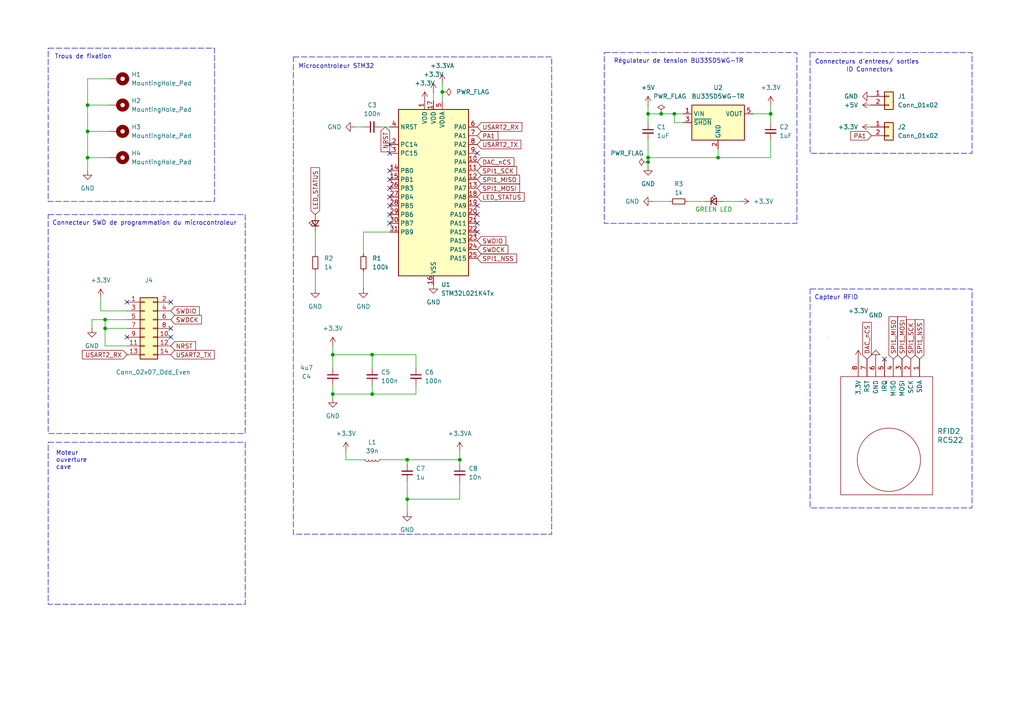
<source format=kicad_sch>
(kicad_sch
	(version 20231120)
	(generator "eeschema")
	(generator_version "8.0")
	(uuid "5c22da32-9011-464d-888f-fab6c3d695e1")
	(paper "A4")
	(title_block
		(title "STM32L02 Test Board")
		(date "21/01/2025")
		(rev "1.0")
		(company "ENSEA")
		(comment 1 "BRUTIER Mélina")
	)
	(lib_symbols
		(symbol "Connector_Generic:Conn_01x02"
			(pin_names
				(offset 1.016) hide)
			(exclude_from_sim no)
			(in_bom yes)
			(on_board yes)
			(property "Reference" "J"
				(at 0 2.54 0)
				(effects
					(font
						(size 1.27 1.27)
					)
				)
			)
			(property "Value" "Conn_01x02"
				(at 0 -5.08 0)
				(effects
					(font
						(size 1.27 1.27)
					)
				)
			)
			(property "Footprint" ""
				(at 0 0 0)
				(effects
					(font
						(size 1.27 1.27)
					)
					(hide yes)
				)
			)
			(property "Datasheet" "~"
				(at 0 0 0)
				(effects
					(font
						(size 1.27 1.27)
					)
					(hide yes)
				)
			)
			(property "Description" "Generic connector, single row, 01x02, script generated (kicad-library-utils/schlib/autogen/connector/)"
				(at 0 0 0)
				(effects
					(font
						(size 1.27 1.27)
					)
					(hide yes)
				)
			)
			(property "ki_keywords" "connector"
				(at 0 0 0)
				(effects
					(font
						(size 1.27 1.27)
					)
					(hide yes)
				)
			)
			(property "ki_fp_filters" "Connector*:*_1x??_*"
				(at 0 0 0)
				(effects
					(font
						(size 1.27 1.27)
					)
					(hide yes)
				)
			)
			(symbol "Conn_01x02_1_1"
				(rectangle
					(start -1.27 -2.413)
					(end 0 -2.667)
					(stroke
						(width 0.1524)
						(type default)
					)
					(fill
						(type none)
					)
				)
				(rectangle
					(start -1.27 0.127)
					(end 0 -0.127)
					(stroke
						(width 0.1524)
						(type default)
					)
					(fill
						(type none)
					)
				)
				(rectangle
					(start -1.27 1.27)
					(end 1.27 -3.81)
					(stroke
						(width 0.254)
						(type default)
					)
					(fill
						(type background)
					)
				)
				(pin passive line
					(at -5.08 0 0)
					(length 3.81)
					(name "Pin_1"
						(effects
							(font
								(size 1.27 1.27)
							)
						)
					)
					(number "1"
						(effects
							(font
								(size 1.27 1.27)
							)
						)
					)
				)
				(pin passive line
					(at -5.08 -2.54 0)
					(length 3.81)
					(name "Pin_2"
						(effects
							(font
								(size 1.27 1.27)
							)
						)
					)
					(number "2"
						(effects
							(font
								(size 1.27 1.27)
							)
						)
					)
				)
			)
		)
		(symbol "Connector_Generic:Conn_02x07_Odd_Even"
			(pin_names
				(offset 1.016) hide)
			(exclude_from_sim no)
			(in_bom yes)
			(on_board yes)
			(property "Reference" "J"
				(at 1.27 10.16 0)
				(effects
					(font
						(size 1.27 1.27)
					)
				)
			)
			(property "Value" "Conn_02x07_Odd_Even"
				(at 1.27 -10.16 0)
				(effects
					(font
						(size 1.27 1.27)
					)
				)
			)
			(property "Footprint" ""
				(at 0 0 0)
				(effects
					(font
						(size 1.27 1.27)
					)
					(hide yes)
				)
			)
			(property "Datasheet" "~"
				(at 0 0 0)
				(effects
					(font
						(size 1.27 1.27)
					)
					(hide yes)
				)
			)
			(property "Description" "Generic connector, double row, 02x07, odd/even pin numbering scheme (row 1 odd numbers, row 2 even numbers), script generated (kicad-library-utils/schlib/autogen/connector/)"
				(at 0 0 0)
				(effects
					(font
						(size 1.27 1.27)
					)
					(hide yes)
				)
			)
			(property "ki_keywords" "connector"
				(at 0 0 0)
				(effects
					(font
						(size 1.27 1.27)
					)
					(hide yes)
				)
			)
			(property "ki_fp_filters" "Connector*:*_2x??_*"
				(at 0 0 0)
				(effects
					(font
						(size 1.27 1.27)
					)
					(hide yes)
				)
			)
			(symbol "Conn_02x07_Odd_Even_1_1"
				(rectangle
					(start -1.27 -7.493)
					(end 0 -7.747)
					(stroke
						(width 0.1524)
						(type default)
					)
					(fill
						(type none)
					)
				)
				(rectangle
					(start -1.27 -4.953)
					(end 0 -5.207)
					(stroke
						(width 0.1524)
						(type default)
					)
					(fill
						(type none)
					)
				)
				(rectangle
					(start -1.27 -2.413)
					(end 0 -2.667)
					(stroke
						(width 0.1524)
						(type default)
					)
					(fill
						(type none)
					)
				)
				(rectangle
					(start -1.27 0.127)
					(end 0 -0.127)
					(stroke
						(width 0.1524)
						(type default)
					)
					(fill
						(type none)
					)
				)
				(rectangle
					(start -1.27 2.667)
					(end 0 2.413)
					(stroke
						(width 0.1524)
						(type default)
					)
					(fill
						(type none)
					)
				)
				(rectangle
					(start -1.27 5.207)
					(end 0 4.953)
					(stroke
						(width 0.1524)
						(type default)
					)
					(fill
						(type none)
					)
				)
				(rectangle
					(start -1.27 7.747)
					(end 0 7.493)
					(stroke
						(width 0.1524)
						(type default)
					)
					(fill
						(type none)
					)
				)
				(rectangle
					(start -1.27 8.89)
					(end 3.81 -8.89)
					(stroke
						(width 0.254)
						(type default)
					)
					(fill
						(type background)
					)
				)
				(rectangle
					(start 3.81 -7.493)
					(end 2.54 -7.747)
					(stroke
						(width 0.1524)
						(type default)
					)
					(fill
						(type none)
					)
				)
				(rectangle
					(start 3.81 -4.953)
					(end 2.54 -5.207)
					(stroke
						(width 0.1524)
						(type default)
					)
					(fill
						(type none)
					)
				)
				(rectangle
					(start 3.81 -2.413)
					(end 2.54 -2.667)
					(stroke
						(width 0.1524)
						(type default)
					)
					(fill
						(type none)
					)
				)
				(rectangle
					(start 3.81 0.127)
					(end 2.54 -0.127)
					(stroke
						(width 0.1524)
						(type default)
					)
					(fill
						(type none)
					)
				)
				(rectangle
					(start 3.81 2.667)
					(end 2.54 2.413)
					(stroke
						(width 0.1524)
						(type default)
					)
					(fill
						(type none)
					)
				)
				(rectangle
					(start 3.81 5.207)
					(end 2.54 4.953)
					(stroke
						(width 0.1524)
						(type default)
					)
					(fill
						(type none)
					)
				)
				(rectangle
					(start 3.81 7.747)
					(end 2.54 7.493)
					(stroke
						(width 0.1524)
						(type default)
					)
					(fill
						(type none)
					)
				)
				(pin passive line
					(at -5.08 7.62 0)
					(length 3.81)
					(name "Pin_1"
						(effects
							(font
								(size 1.27 1.27)
							)
						)
					)
					(number "1"
						(effects
							(font
								(size 1.27 1.27)
							)
						)
					)
				)
				(pin passive line
					(at 7.62 -2.54 180)
					(length 3.81)
					(name "Pin_10"
						(effects
							(font
								(size 1.27 1.27)
							)
						)
					)
					(number "10"
						(effects
							(font
								(size 1.27 1.27)
							)
						)
					)
				)
				(pin passive line
					(at -5.08 -5.08 0)
					(length 3.81)
					(name "Pin_11"
						(effects
							(font
								(size 1.27 1.27)
							)
						)
					)
					(number "11"
						(effects
							(font
								(size 1.27 1.27)
							)
						)
					)
				)
				(pin passive line
					(at 7.62 -5.08 180)
					(length 3.81)
					(name "Pin_12"
						(effects
							(font
								(size 1.27 1.27)
							)
						)
					)
					(number "12"
						(effects
							(font
								(size 1.27 1.27)
							)
						)
					)
				)
				(pin passive line
					(at -5.08 -7.62 0)
					(length 3.81)
					(name "Pin_13"
						(effects
							(font
								(size 1.27 1.27)
							)
						)
					)
					(number "13"
						(effects
							(font
								(size 1.27 1.27)
							)
						)
					)
				)
				(pin passive line
					(at 7.62 -7.62 180)
					(length 3.81)
					(name "Pin_14"
						(effects
							(font
								(size 1.27 1.27)
							)
						)
					)
					(number "14"
						(effects
							(font
								(size 1.27 1.27)
							)
						)
					)
				)
				(pin passive line
					(at 7.62 7.62 180)
					(length 3.81)
					(name "Pin_2"
						(effects
							(font
								(size 1.27 1.27)
							)
						)
					)
					(number "2"
						(effects
							(font
								(size 1.27 1.27)
							)
						)
					)
				)
				(pin passive line
					(at -5.08 5.08 0)
					(length 3.81)
					(name "Pin_3"
						(effects
							(font
								(size 1.27 1.27)
							)
						)
					)
					(number "3"
						(effects
							(font
								(size 1.27 1.27)
							)
						)
					)
				)
				(pin passive line
					(at 7.62 5.08 180)
					(length 3.81)
					(name "Pin_4"
						(effects
							(font
								(size 1.27 1.27)
							)
						)
					)
					(number "4"
						(effects
							(font
								(size 1.27 1.27)
							)
						)
					)
				)
				(pin passive line
					(at -5.08 2.54 0)
					(length 3.81)
					(name "Pin_5"
						(effects
							(font
								(size 1.27 1.27)
							)
						)
					)
					(number "5"
						(effects
							(font
								(size 1.27 1.27)
							)
						)
					)
				)
				(pin passive line
					(at 7.62 2.54 180)
					(length 3.81)
					(name "Pin_6"
						(effects
							(font
								(size 1.27 1.27)
							)
						)
					)
					(number "6"
						(effects
							(font
								(size 1.27 1.27)
							)
						)
					)
				)
				(pin passive line
					(at -5.08 0 0)
					(length 3.81)
					(name "Pin_7"
						(effects
							(font
								(size 1.27 1.27)
							)
						)
					)
					(number "7"
						(effects
							(font
								(size 1.27 1.27)
							)
						)
					)
				)
				(pin passive line
					(at 7.62 0 180)
					(length 3.81)
					(name "Pin_8"
						(effects
							(font
								(size 1.27 1.27)
							)
						)
					)
					(number "8"
						(effects
							(font
								(size 1.27 1.27)
							)
						)
					)
				)
				(pin passive line
					(at -5.08 -2.54 0)
					(length 3.81)
					(name "Pin_9"
						(effects
							(font
								(size 1.27 1.27)
							)
						)
					)
					(number "9"
						(effects
							(font
								(size 1.27 1.27)
							)
						)
					)
				)
			)
		)
		(symbol "Device:C_Small"
			(pin_numbers hide)
			(pin_names
				(offset 0.254) hide)
			(exclude_from_sim no)
			(in_bom yes)
			(on_board yes)
			(property "Reference" "C"
				(at 0.254 1.778 0)
				(effects
					(font
						(size 1.27 1.27)
					)
					(justify left)
				)
			)
			(property "Value" "C_Small"
				(at 0.254 -2.032 0)
				(effects
					(font
						(size 1.27 1.27)
					)
					(justify left)
				)
			)
			(property "Footprint" ""
				(at 0 0 0)
				(effects
					(font
						(size 1.27 1.27)
					)
					(hide yes)
				)
			)
			(property "Datasheet" "~"
				(at 0 0 0)
				(effects
					(font
						(size 1.27 1.27)
					)
					(hide yes)
				)
			)
			(property "Description" "Unpolarized capacitor, small symbol"
				(at 0 0 0)
				(effects
					(font
						(size 1.27 1.27)
					)
					(hide yes)
				)
			)
			(property "ki_keywords" "capacitor cap"
				(at 0 0 0)
				(effects
					(font
						(size 1.27 1.27)
					)
					(hide yes)
				)
			)
			(property "ki_fp_filters" "C_*"
				(at 0 0 0)
				(effects
					(font
						(size 1.27 1.27)
					)
					(hide yes)
				)
			)
			(symbol "C_Small_0_1"
				(polyline
					(pts
						(xy -1.524 -0.508) (xy 1.524 -0.508)
					)
					(stroke
						(width 0.3302)
						(type default)
					)
					(fill
						(type none)
					)
				)
				(polyline
					(pts
						(xy -1.524 0.508) (xy 1.524 0.508)
					)
					(stroke
						(width 0.3048)
						(type default)
					)
					(fill
						(type none)
					)
				)
			)
			(symbol "C_Small_1_1"
				(pin passive line
					(at 0 2.54 270)
					(length 2.032)
					(name "~"
						(effects
							(font
								(size 1.27 1.27)
							)
						)
					)
					(number "1"
						(effects
							(font
								(size 1.27 1.27)
							)
						)
					)
				)
				(pin passive line
					(at 0 -2.54 90)
					(length 2.032)
					(name "~"
						(effects
							(font
								(size 1.27 1.27)
							)
						)
					)
					(number "2"
						(effects
							(font
								(size 1.27 1.27)
							)
						)
					)
				)
			)
		)
		(symbol "Device:LED_Small"
			(pin_numbers hide)
			(pin_names
				(offset 0.254) hide)
			(exclude_from_sim no)
			(in_bom yes)
			(on_board yes)
			(property "Reference" "D"
				(at -1.27 3.175 0)
				(effects
					(font
						(size 1.27 1.27)
					)
					(justify left)
				)
			)
			(property "Value" "LED_Small"
				(at -4.445 -2.54 0)
				(effects
					(font
						(size 1.27 1.27)
					)
					(justify left)
				)
			)
			(property "Footprint" ""
				(at 0 0 90)
				(effects
					(font
						(size 1.27 1.27)
					)
					(hide yes)
				)
			)
			(property "Datasheet" "~"
				(at 0 0 90)
				(effects
					(font
						(size 1.27 1.27)
					)
					(hide yes)
				)
			)
			(property "Description" "Light emitting diode, small symbol"
				(at 0 0 0)
				(effects
					(font
						(size 1.27 1.27)
					)
					(hide yes)
				)
			)
			(property "ki_keywords" "LED diode light-emitting-diode"
				(at 0 0 0)
				(effects
					(font
						(size 1.27 1.27)
					)
					(hide yes)
				)
			)
			(property "ki_fp_filters" "LED* LED_SMD:* LED_THT:*"
				(at 0 0 0)
				(effects
					(font
						(size 1.27 1.27)
					)
					(hide yes)
				)
			)
			(symbol "LED_Small_0_1"
				(polyline
					(pts
						(xy -0.762 -1.016) (xy -0.762 1.016)
					)
					(stroke
						(width 0.254)
						(type default)
					)
					(fill
						(type none)
					)
				)
				(polyline
					(pts
						(xy 1.016 0) (xy -0.762 0)
					)
					(stroke
						(width 0)
						(type default)
					)
					(fill
						(type none)
					)
				)
				(polyline
					(pts
						(xy 0.762 -1.016) (xy -0.762 0) (xy 0.762 1.016) (xy 0.762 -1.016)
					)
					(stroke
						(width 0.254)
						(type default)
					)
					(fill
						(type none)
					)
				)
				(polyline
					(pts
						(xy 0 0.762) (xy -0.508 1.27) (xy -0.254 1.27) (xy -0.508 1.27) (xy -0.508 1.016)
					)
					(stroke
						(width 0)
						(type default)
					)
					(fill
						(type none)
					)
				)
				(polyline
					(pts
						(xy 0.508 1.27) (xy 0 1.778) (xy 0.254 1.778) (xy 0 1.778) (xy 0 1.524)
					)
					(stroke
						(width 0)
						(type default)
					)
					(fill
						(type none)
					)
				)
			)
			(symbol "LED_Small_1_1"
				(pin passive line
					(at -2.54 0 0)
					(length 1.778)
					(name "K"
						(effects
							(font
								(size 1.27 1.27)
							)
						)
					)
					(number "1"
						(effects
							(font
								(size 1.27 1.27)
							)
						)
					)
				)
				(pin passive line
					(at 2.54 0 180)
					(length 1.778)
					(name "A"
						(effects
							(font
								(size 1.27 1.27)
							)
						)
					)
					(number "2"
						(effects
							(font
								(size 1.27 1.27)
							)
						)
					)
				)
			)
		)
		(symbol "Device:L_Small"
			(pin_numbers hide)
			(pin_names
				(offset 0.254) hide)
			(exclude_from_sim no)
			(in_bom yes)
			(on_board yes)
			(property "Reference" "L"
				(at 0.762 1.016 0)
				(effects
					(font
						(size 1.27 1.27)
					)
					(justify left)
				)
			)
			(property "Value" "L_Small"
				(at 0.762 -1.016 0)
				(effects
					(font
						(size 1.27 1.27)
					)
					(justify left)
				)
			)
			(property "Footprint" ""
				(at 0 0 0)
				(effects
					(font
						(size 1.27 1.27)
					)
					(hide yes)
				)
			)
			(property "Datasheet" "~"
				(at 0 0 0)
				(effects
					(font
						(size 1.27 1.27)
					)
					(hide yes)
				)
			)
			(property "Description" "Inductor, small symbol"
				(at 0 0 0)
				(effects
					(font
						(size 1.27 1.27)
					)
					(hide yes)
				)
			)
			(property "ki_keywords" "inductor choke coil reactor magnetic"
				(at 0 0 0)
				(effects
					(font
						(size 1.27 1.27)
					)
					(hide yes)
				)
			)
			(property "ki_fp_filters" "Choke_* *Coil* Inductor_* L_*"
				(at 0 0 0)
				(effects
					(font
						(size 1.27 1.27)
					)
					(hide yes)
				)
			)
			(symbol "L_Small_0_1"
				(arc
					(start 0 -2.032)
					(mid 0.5058 -1.524)
					(end 0 -1.016)
					(stroke
						(width 0)
						(type default)
					)
					(fill
						(type none)
					)
				)
				(arc
					(start 0 -1.016)
					(mid 0.5058 -0.508)
					(end 0 0)
					(stroke
						(width 0)
						(type default)
					)
					(fill
						(type none)
					)
				)
				(arc
					(start 0 0)
					(mid 0.5058 0.508)
					(end 0 1.016)
					(stroke
						(width 0)
						(type default)
					)
					(fill
						(type none)
					)
				)
				(arc
					(start 0 1.016)
					(mid 0.5058 1.524)
					(end 0 2.032)
					(stroke
						(width 0)
						(type default)
					)
					(fill
						(type none)
					)
				)
			)
			(symbol "L_Small_1_1"
				(pin passive line
					(at 0 2.54 270)
					(length 0.508)
					(name "~"
						(effects
							(font
								(size 1.27 1.27)
							)
						)
					)
					(number "1"
						(effects
							(font
								(size 1.27 1.27)
							)
						)
					)
				)
				(pin passive line
					(at 0 -2.54 90)
					(length 0.508)
					(name "~"
						(effects
							(font
								(size 1.27 1.27)
							)
						)
					)
					(number "2"
						(effects
							(font
								(size 1.27 1.27)
							)
						)
					)
				)
			)
		)
		(symbol "Device:R_Small"
			(pin_numbers hide)
			(pin_names
				(offset 0.254) hide)
			(exclude_from_sim no)
			(in_bom yes)
			(on_board yes)
			(property "Reference" "R"
				(at 0.762 0.508 0)
				(effects
					(font
						(size 1.27 1.27)
					)
					(justify left)
				)
			)
			(property "Value" "R_Small"
				(at 0.762 -1.016 0)
				(effects
					(font
						(size 1.27 1.27)
					)
					(justify left)
				)
			)
			(property "Footprint" ""
				(at 0 0 0)
				(effects
					(font
						(size 1.27 1.27)
					)
					(hide yes)
				)
			)
			(property "Datasheet" "~"
				(at 0 0 0)
				(effects
					(font
						(size 1.27 1.27)
					)
					(hide yes)
				)
			)
			(property "Description" "Resistor, small symbol"
				(at 0 0 0)
				(effects
					(font
						(size 1.27 1.27)
					)
					(hide yes)
				)
			)
			(property "ki_keywords" "R resistor"
				(at 0 0 0)
				(effects
					(font
						(size 1.27 1.27)
					)
					(hide yes)
				)
			)
			(property "ki_fp_filters" "R_*"
				(at 0 0 0)
				(effects
					(font
						(size 1.27 1.27)
					)
					(hide yes)
				)
			)
			(symbol "R_Small_0_1"
				(rectangle
					(start -0.762 1.778)
					(end 0.762 -1.778)
					(stroke
						(width 0.2032)
						(type default)
					)
					(fill
						(type none)
					)
				)
			)
			(symbol "R_Small_1_1"
				(pin passive line
					(at 0 2.54 270)
					(length 0.762)
					(name "~"
						(effects
							(font
								(size 1.27 1.27)
							)
						)
					)
					(number "1"
						(effects
							(font
								(size 1.27 1.27)
							)
						)
					)
				)
				(pin passive line
					(at 0 -2.54 90)
					(length 0.762)
					(name "~"
						(effects
							(font
								(size 1.27 1.27)
							)
						)
					)
					(number "2"
						(effects
							(font
								(size 1.27 1.27)
							)
						)
					)
				)
			)
		)
		(symbol "MCU_ST_STM32L0:STM32L021K4Tx"
			(exclude_from_sim no)
			(in_bom yes)
			(on_board yes)
			(property "Reference" "U"
				(at -10.16 26.67 0)
				(effects
					(font
						(size 1.27 1.27)
					)
					(justify left)
				)
			)
			(property "Value" "STM32L021K4Tx"
				(at 5.08 26.67 0)
				(effects
					(font
						(size 1.27 1.27)
					)
					(justify left)
				)
			)
			(property "Footprint" "Package_QFP:LQFP-32_7x7mm_P0.8mm"
				(at -10.16 -22.86 0)
				(effects
					(font
						(size 1.27 1.27)
					)
					(justify right)
					(hide yes)
				)
			)
			(property "Datasheet" "https://www.st.com/resource/en/datasheet/stm32l021k4.pdf"
				(at 0 0 0)
				(effects
					(font
						(size 1.27 1.27)
					)
					(hide yes)
				)
			)
			(property "Description" "STMicroelectronics Arm Cortex-M0+ MCU, 16KB flash, 2KB RAM, 32 MHz, 1.65-3.6V, 26 GPIO, LQFP32"
				(at 0 0 0)
				(effects
					(font
						(size 1.27 1.27)
					)
					(hide yes)
				)
			)
			(property "ki_keywords" "Arm Cortex-M0+ STM32L0 STM32L0x1"
				(at 0 0 0)
				(effects
					(font
						(size 1.27 1.27)
					)
					(hide yes)
				)
			)
			(property "ki_fp_filters" "LQFP*7x7mm*P0.8mm*"
				(at 0 0 0)
				(effects
					(font
						(size 1.27 1.27)
					)
					(hide yes)
				)
			)
			(symbol "STM32L021K4Tx_0_1"
				(rectangle
					(start -10.16 -22.86)
					(end 10.16 25.4)
					(stroke
						(width 0.254)
						(type default)
					)
					(fill
						(type background)
					)
				)
			)
			(symbol "STM32L021K4Tx_1_1"
				(pin power_in line
					(at -2.54 27.94 270)
					(length 2.54)
					(name "VDD"
						(effects
							(font
								(size 1.27 1.27)
							)
						)
					)
					(number "1"
						(effects
							(font
								(size 1.27 1.27)
							)
						)
					)
				)
				(pin bidirectional line
					(at 12.7 10.16 180)
					(length 2.54)
					(name "PA4"
						(effects
							(font
								(size 1.27 1.27)
							)
						)
					)
					(number "10"
						(effects
							(font
								(size 1.27 1.27)
							)
						)
					)
					(alternate "ADC_IN4" bidirectional line)
					(alternate "COMP1_INM" bidirectional line)
					(alternate "COMP2_INM" bidirectional line)
					(alternate "COMP2_OUT" bidirectional line)
					(alternate "I2C1_SCL" bidirectional line)
					(alternate "LPTIM1_ETR" bidirectional line)
					(alternate "LPTIM1_IN1" bidirectional line)
					(alternate "LPUART1_TX" bidirectional line)
					(alternate "SPI1_NSS" bidirectional line)
					(alternate "TIM2_ETR" bidirectional line)
					(alternate "USART2_CK" bidirectional line)
				)
				(pin bidirectional line
					(at 12.7 7.62 180)
					(length 2.54)
					(name "PA5"
						(effects
							(font
								(size 1.27 1.27)
							)
						)
					)
					(number "11"
						(effects
							(font
								(size 1.27 1.27)
							)
						)
					)
					(alternate "ADC_IN5" bidirectional line)
					(alternate "COMP1_INM" bidirectional line)
					(alternate "COMP2_INM" bidirectional line)
					(alternate "LPTIM1_IN2" bidirectional line)
					(alternate "SPI1_SCK" bidirectional line)
					(alternate "TIM2_CH1" bidirectional line)
					(alternate "TIM2_ETR" bidirectional line)
				)
				(pin bidirectional line
					(at 12.7 5.08 180)
					(length 2.54)
					(name "PA6"
						(effects
							(font
								(size 1.27 1.27)
							)
						)
					)
					(number "12"
						(effects
							(font
								(size 1.27 1.27)
							)
						)
					)
					(alternate "ADC_IN6" bidirectional line)
					(alternate "COMP1_OUT" bidirectional line)
					(alternate "LPTIM1_ETR" bidirectional line)
					(alternate "LPUART1_CTS" bidirectional line)
					(alternate "SPI1_MISO" bidirectional line)
				)
				(pin bidirectional line
					(at 12.7 2.54 180)
					(length 2.54)
					(name "PA7"
						(effects
							(font
								(size 1.27 1.27)
							)
						)
					)
					(number "13"
						(effects
							(font
								(size 1.27 1.27)
							)
						)
					)
					(alternate "ADC_IN7" bidirectional line)
					(alternate "COMP2_INP" bidirectional line)
					(alternate "COMP2_OUT" bidirectional line)
					(alternate "LPTIM1_OUT" bidirectional line)
					(alternate "SPI1_MOSI" bidirectional line)
					(alternate "TIM21_ETR" bidirectional line)
					(alternate "USART2_CTS" bidirectional line)
				)
				(pin bidirectional line
					(at -12.7 7.62 0)
					(length 2.54)
					(name "PB0"
						(effects
							(font
								(size 1.27 1.27)
							)
						)
					)
					(number "14"
						(effects
							(font
								(size 1.27 1.27)
							)
						)
					)
					(alternate "ADC_IN8" bidirectional line)
					(alternate "SPI1_MISO" bidirectional line)
					(alternate "SYS_VREF_OUT_PB0" bidirectional line)
					(alternate "TIM2_CH2" bidirectional line)
					(alternate "TIM2_CH3" bidirectional line)
					(alternate "USART2_DE" bidirectional line)
					(alternate "USART2_RTS" bidirectional line)
				)
				(pin bidirectional line
					(at -12.7 5.08 0)
					(length 2.54)
					(name "PB1"
						(effects
							(font
								(size 1.27 1.27)
							)
						)
					)
					(number "15"
						(effects
							(font
								(size 1.27 1.27)
							)
						)
					)
					(alternate "ADC_IN9" bidirectional line)
					(alternate "LPTIM1_IN1" bidirectional line)
					(alternate "LPUART1_DE" bidirectional line)
					(alternate "LPUART1_RTS" bidirectional line)
					(alternate "SPI1_MOSI" bidirectional line)
					(alternate "SYS_VREF_OUT_PB1" bidirectional line)
					(alternate "TIM2_CH4" bidirectional line)
					(alternate "USART2_CK" bidirectional line)
				)
				(pin power_in line
					(at 0 -25.4 90)
					(length 2.54)
					(name "VSS"
						(effects
							(font
								(size 1.27 1.27)
							)
						)
					)
					(number "16"
						(effects
							(font
								(size 1.27 1.27)
							)
						)
					)
				)
				(pin power_in line
					(at 0 27.94 270)
					(length 2.54)
					(name "VDD"
						(effects
							(font
								(size 1.27 1.27)
							)
						)
					)
					(number "17"
						(effects
							(font
								(size 1.27 1.27)
							)
						)
					)
				)
				(pin bidirectional line
					(at 12.7 0 180)
					(length 2.54)
					(name "PA8"
						(effects
							(font
								(size 1.27 1.27)
							)
						)
					)
					(number "18"
						(effects
							(font
								(size 1.27 1.27)
							)
						)
					)
					(alternate "LPTIM1_IN1" bidirectional line)
					(alternate "RCC_MCO" bidirectional line)
					(alternate "TIM2_CH1" bidirectional line)
					(alternate "USART2_CK" bidirectional line)
				)
				(pin bidirectional line
					(at 12.7 -2.54 180)
					(length 2.54)
					(name "PA9"
						(effects
							(font
								(size 1.27 1.27)
							)
						)
					)
					(number "19"
						(effects
							(font
								(size 1.27 1.27)
							)
						)
					)
					(alternate "COMP1_OUT" bidirectional line)
					(alternate "I2C1_SCL" bidirectional line)
					(alternate "LPTIM1_OUT" bidirectional line)
					(alternate "RCC_MCO" bidirectional line)
					(alternate "TIM21_CH2" bidirectional line)
					(alternate "USART2_TX" bidirectional line)
				)
				(pin bidirectional line
					(at -12.7 15.24 0)
					(length 2.54)
					(name "PC14"
						(effects
							(font
								(size 1.27 1.27)
							)
						)
					)
					(number "2"
						(effects
							(font
								(size 1.27 1.27)
							)
						)
					)
					(alternate "RCC_OSC32_IN" bidirectional line)
				)
				(pin bidirectional line
					(at 12.7 -5.08 180)
					(length 2.54)
					(name "PA10"
						(effects
							(font
								(size 1.27 1.27)
							)
						)
					)
					(number "20"
						(effects
							(font
								(size 1.27 1.27)
							)
						)
					)
					(alternate "COMP1_OUT" bidirectional line)
					(alternate "I2C1_SDA" bidirectional line)
					(alternate "RTC_REFIN" bidirectional line)
					(alternate "TIM21_CH1" bidirectional line)
					(alternate "TIM2_CH3" bidirectional line)
					(alternate "USART2_RX" bidirectional line)
				)
				(pin bidirectional line
					(at 12.7 -7.62 180)
					(length 2.54)
					(name "PA11"
						(effects
							(font
								(size 1.27 1.27)
							)
						)
					)
					(number "21"
						(effects
							(font
								(size 1.27 1.27)
							)
						)
					)
					(alternate "ADC_EXTI11" bidirectional line)
					(alternate "COMP1_OUT" bidirectional line)
					(alternate "LPTIM1_OUT" bidirectional line)
					(alternate "SPI1_MISO" bidirectional line)
					(alternate "TIM21_CH2" bidirectional line)
					(alternate "USART2_CTS" bidirectional line)
				)
				(pin bidirectional line
					(at 12.7 -10.16 180)
					(length 2.54)
					(name "PA12"
						(effects
							(font
								(size 1.27 1.27)
							)
						)
					)
					(number "22"
						(effects
							(font
								(size 1.27 1.27)
							)
						)
					)
					(alternate "COMP2_OUT" bidirectional line)
					(alternate "SPI1_MOSI" bidirectional line)
					(alternate "USART2_DE" bidirectional line)
					(alternate "USART2_RTS" bidirectional line)
				)
				(pin bidirectional line
					(at 12.7 -12.7 180)
					(length 2.54)
					(name "PA13"
						(effects
							(font
								(size 1.27 1.27)
							)
						)
					)
					(number "23"
						(effects
							(font
								(size 1.27 1.27)
							)
						)
					)
					(alternate "COMP1_OUT" bidirectional line)
					(alternate "I2C1_SDA" bidirectional line)
					(alternate "LPTIM1_ETR" bidirectional line)
					(alternate "LPUART1_RX" bidirectional line)
					(alternate "SPI1_SCK" bidirectional line)
					(alternate "SYS_SWDIO" bidirectional line)
				)
				(pin bidirectional line
					(at 12.7 -15.24 180)
					(length 2.54)
					(name "PA14"
						(effects
							(font
								(size 1.27 1.27)
							)
						)
					)
					(number "24"
						(effects
							(font
								(size 1.27 1.27)
							)
						)
					)
					(alternate "COMP2_OUT" bidirectional line)
					(alternate "I2C1_SMBA" bidirectional line)
					(alternate "LPTIM1_OUT" bidirectional line)
					(alternate "LPUART1_TX" bidirectional line)
					(alternate "SPI1_MISO" bidirectional line)
					(alternate "SYS_SWCLK" bidirectional line)
					(alternate "USART2_TX" bidirectional line)
				)
				(pin bidirectional line
					(at 12.7 -17.78 180)
					(length 2.54)
					(name "PA15"
						(effects
							(font
								(size 1.27 1.27)
							)
						)
					)
					(number "25"
						(effects
							(font
								(size 1.27 1.27)
							)
						)
					)
					(alternate "SPI1_NSS" bidirectional line)
					(alternate "TIM2_CH1" bidirectional line)
					(alternate "TIM2_ETR" bidirectional line)
					(alternate "USART2_RX" bidirectional line)
				)
				(pin bidirectional line
					(at -12.7 2.54 0)
					(length 2.54)
					(name "PB3"
						(effects
							(font
								(size 1.27 1.27)
							)
						)
					)
					(number "26"
						(effects
							(font
								(size 1.27 1.27)
							)
						)
					)
					(alternate "COMP2_INM" bidirectional line)
					(alternate "SPI1_SCK" bidirectional line)
					(alternate "TIM2_CH2" bidirectional line)
				)
				(pin bidirectional line
					(at -12.7 0 0)
					(length 2.54)
					(name "PB4"
						(effects
							(font
								(size 1.27 1.27)
							)
						)
					)
					(number "27"
						(effects
							(font
								(size 1.27 1.27)
							)
						)
					)
					(alternate "COMP2_INP" bidirectional line)
					(alternate "SPI1_MISO" bidirectional line)
				)
				(pin bidirectional line
					(at -12.7 -2.54 0)
					(length 2.54)
					(name "PB5"
						(effects
							(font
								(size 1.27 1.27)
							)
						)
					)
					(number "28"
						(effects
							(font
								(size 1.27 1.27)
							)
						)
					)
					(alternate "COMP2_INP" bidirectional line)
					(alternate "I2C1_SMBA" bidirectional line)
					(alternate "LPTIM1_IN1" bidirectional line)
					(alternate "SPI1_MOSI" bidirectional line)
					(alternate "TIM21_CH1" bidirectional line)
				)
				(pin bidirectional line
					(at -12.7 -5.08 0)
					(length 2.54)
					(name "PB6"
						(effects
							(font
								(size 1.27 1.27)
							)
						)
					)
					(number "29"
						(effects
							(font
								(size 1.27 1.27)
							)
						)
					)
					(alternate "COMP2_INP" bidirectional line)
					(alternate "I2C1_SCL" bidirectional line)
					(alternate "LPTIM1_ETR" bidirectional line)
					(alternate "LPUART1_TX" bidirectional line)
					(alternate "TIM2_CH3" bidirectional line)
					(alternate "USART2_TX" bidirectional line)
				)
				(pin bidirectional line
					(at -12.7 12.7 0)
					(length 2.54)
					(name "PC15"
						(effects
							(font
								(size 1.27 1.27)
							)
						)
					)
					(number "3"
						(effects
							(font
								(size 1.27 1.27)
							)
						)
					)
					(alternate "RCC_OSC32_OUT" bidirectional line)
				)
				(pin bidirectional line
					(at -12.7 -7.62 0)
					(length 2.54)
					(name "PB7"
						(effects
							(font
								(size 1.27 1.27)
							)
						)
					)
					(number "30"
						(effects
							(font
								(size 1.27 1.27)
							)
						)
					)
					(alternate "COMP2_INP" bidirectional line)
					(alternate "I2C1_SDA" bidirectional line)
					(alternate "LPTIM1_IN2" bidirectional line)
					(alternate "LPUART1_RX" bidirectional line)
					(alternate "SYS_PVD_IN" bidirectional line)
					(alternate "TIM2_CH4" bidirectional line)
					(alternate "USART2_RX" bidirectional line)
				)
				(pin bidirectional line
					(at -12.7 -10.16 0)
					(length 2.54)
					(name "PB9"
						(effects
							(font
								(size 1.27 1.27)
							)
						)
					)
					(number "31"
						(effects
							(font
								(size 1.27 1.27)
							)
						)
					)
				)
				(pin passive line
					(at 0 -25.4 90)
					(length 2.54) hide
					(name "VSS"
						(effects
							(font
								(size 1.27 1.27)
							)
						)
					)
					(number "32"
						(effects
							(font
								(size 1.27 1.27)
							)
						)
					)
				)
				(pin input line
					(at -12.7 20.32 0)
					(length 2.54)
					(name "NRST"
						(effects
							(font
								(size 1.27 1.27)
							)
						)
					)
					(number "4"
						(effects
							(font
								(size 1.27 1.27)
							)
						)
					)
				)
				(pin power_in line
					(at 2.54 27.94 270)
					(length 2.54)
					(name "VDDA"
						(effects
							(font
								(size 1.27 1.27)
							)
						)
					)
					(number "5"
						(effects
							(font
								(size 1.27 1.27)
							)
						)
					)
				)
				(pin bidirectional line
					(at 12.7 20.32 180)
					(length 2.54)
					(name "PA0"
						(effects
							(font
								(size 1.27 1.27)
							)
						)
					)
					(number "6"
						(effects
							(font
								(size 1.27 1.27)
							)
						)
					)
					(alternate "ADC_IN0" bidirectional line)
					(alternate "COMP1_INM" bidirectional line)
					(alternate "COMP1_OUT" bidirectional line)
					(alternate "LPTIM1_IN1" bidirectional line)
					(alternate "LPUART1_RX" bidirectional line)
					(alternate "RCC_CK_IN" bidirectional line)
					(alternate "RTC_TAMP2" bidirectional line)
					(alternate "SYS_WKUP1" bidirectional line)
					(alternate "TIM2_CH1" bidirectional line)
					(alternate "TIM2_ETR" bidirectional line)
					(alternate "USART2_CTS" bidirectional line)
					(alternate "USART2_RX" bidirectional line)
				)
				(pin bidirectional line
					(at 12.7 17.78 180)
					(length 2.54)
					(name "PA1"
						(effects
							(font
								(size 1.27 1.27)
							)
						)
					)
					(number "7"
						(effects
							(font
								(size 1.27 1.27)
							)
						)
					)
					(alternate "ADC_IN1" bidirectional line)
					(alternate "COMP1_INP" bidirectional line)
					(alternate "I2C1_SMBA" bidirectional line)
					(alternate "LPTIM1_IN2" bidirectional line)
					(alternate "LPUART1_TX" bidirectional line)
					(alternate "TIM21_ETR" bidirectional line)
					(alternate "TIM2_CH2" bidirectional line)
					(alternate "USART2_DE" bidirectional line)
					(alternate "USART2_RTS" bidirectional line)
				)
				(pin bidirectional line
					(at 12.7 15.24 180)
					(length 2.54)
					(name "PA2"
						(effects
							(font
								(size 1.27 1.27)
							)
						)
					)
					(number "8"
						(effects
							(font
								(size 1.27 1.27)
							)
						)
					)
					(alternate "ADC_IN2" bidirectional line)
					(alternate "COMP2_INM" bidirectional line)
					(alternate "COMP2_OUT" bidirectional line)
					(alternate "LPUART1_TX" bidirectional line)
					(alternate "RTC_OUT_ALARM" bidirectional line)
					(alternate "RTC_OUT_CALIB" bidirectional line)
					(alternate "RTC_TAMP3" bidirectional line)
					(alternate "RTC_TS" bidirectional line)
					(alternate "SYS_WKUP3" bidirectional line)
					(alternate "TIM21_CH1" bidirectional line)
					(alternate "TIM2_CH3" bidirectional line)
					(alternate "USART2_TX" bidirectional line)
				)
				(pin bidirectional line
					(at 12.7 12.7 180)
					(length 2.54)
					(name "PA3"
						(effects
							(font
								(size 1.27 1.27)
							)
						)
					)
					(number "9"
						(effects
							(font
								(size 1.27 1.27)
							)
						)
					)
					(alternate "ADC_IN3" bidirectional line)
					(alternate "COMP2_INP" bidirectional line)
					(alternate "LPUART1_RX" bidirectional line)
					(alternate "TIM21_CH2" bidirectional line)
					(alternate "TIM2_CH4" bidirectional line)
					(alternate "USART2_RX" bidirectional line)
				)
			)
		)
		(symbol "Mechanical:MountingHole_Pad"
			(pin_numbers hide)
			(pin_names
				(offset 1.016) hide)
			(exclude_from_sim yes)
			(in_bom no)
			(on_board yes)
			(property "Reference" "H"
				(at 0 6.35 0)
				(effects
					(font
						(size 1.27 1.27)
					)
				)
			)
			(property "Value" "MountingHole_Pad"
				(at 0 4.445 0)
				(effects
					(font
						(size 1.27 1.27)
					)
				)
			)
			(property "Footprint" ""
				(at 0 0 0)
				(effects
					(font
						(size 1.27 1.27)
					)
					(hide yes)
				)
			)
			(property "Datasheet" "~"
				(at 0 0 0)
				(effects
					(font
						(size 1.27 1.27)
					)
					(hide yes)
				)
			)
			(property "Description" "Mounting Hole with connection"
				(at 0 0 0)
				(effects
					(font
						(size 1.27 1.27)
					)
					(hide yes)
				)
			)
			(property "ki_keywords" "mounting hole"
				(at 0 0 0)
				(effects
					(font
						(size 1.27 1.27)
					)
					(hide yes)
				)
			)
			(property "ki_fp_filters" "MountingHole*Pad*"
				(at 0 0 0)
				(effects
					(font
						(size 1.27 1.27)
					)
					(hide yes)
				)
			)
			(symbol "MountingHole_Pad_0_1"
				(circle
					(center 0 1.27)
					(radius 1.27)
					(stroke
						(width 1.27)
						(type default)
					)
					(fill
						(type none)
					)
				)
			)
			(symbol "MountingHole_Pad_1_1"
				(pin input line
					(at 0 -2.54 90)
					(length 2.54)
					(name "1"
						(effects
							(font
								(size 1.27 1.27)
							)
						)
					)
					(number "1"
						(effects
							(font
								(size 1.27 1.27)
							)
						)
					)
				)
			)
		)
		(symbol "Regulator_Linear:MCP1802x-xx02xOT"
			(exclude_from_sim no)
			(in_bom yes)
			(on_board yes)
			(property "Reference" "U"
				(at -6.35 6.35 0)
				(effects
					(font
						(size 1.27 1.27)
					)
					(justify left)
				)
			)
			(property "Value" "MCP1802x-xx02xOT"
				(at 0 6.35 0)
				(effects
					(font
						(size 1.27 1.27)
					)
					(justify left)
				)
			)
			(property "Footprint" "Package_TO_SOT_SMD:SOT-23-5"
				(at -6.35 8.89 0)
				(effects
					(font
						(size 1.27 1.27)
						(italic yes)
					)
					(justify left)
					(hide yes)
				)
			)
			(property "Datasheet" "http://ww1.microchip.com/downloads/en/DeviceDoc/22053C.pdf"
				(at 0 -2.54 0)
				(effects
					(font
						(size 1.27 1.27)
					)
					(hide yes)
				)
			)
			(property "Description" "150mA, Tiny CMOS LDO With Shutdown, Fixed Voltage, SOT-23-5"
				(at 0 0 0)
				(effects
					(font
						(size 1.27 1.27)
					)
					(hide yes)
				)
			)
			(property "ki_keywords" "LDO Linear Voltage Regulator"
				(at 0 0 0)
				(effects
					(font
						(size 1.27 1.27)
					)
					(hide yes)
				)
			)
			(property "ki_fp_filters" "SOT?23*"
				(at 0 0 0)
				(effects
					(font
						(size 1.27 1.27)
					)
					(hide yes)
				)
			)
			(symbol "MCP1802x-xx02xOT_0_1"
				(rectangle
					(start -7.62 5.08)
					(end 7.62 -5.08)
					(stroke
						(width 0.254)
						(type default)
					)
					(fill
						(type background)
					)
				)
			)
			(symbol "MCP1802x-xx02xOT_1_1"
				(pin power_in line
					(at -10.16 2.54 0)
					(length 2.54)
					(name "VIN"
						(effects
							(font
								(size 1.27 1.27)
							)
						)
					)
					(number "1"
						(effects
							(font
								(size 1.27 1.27)
							)
						)
					)
				)
				(pin power_in line
					(at 0 -7.62 90)
					(length 2.54)
					(name "GND"
						(effects
							(font
								(size 1.27 1.27)
							)
						)
					)
					(number "2"
						(effects
							(font
								(size 1.27 1.27)
							)
						)
					)
				)
				(pin input line
					(at -10.16 0 0)
					(length 2.54)
					(name "~{SHDN}"
						(effects
							(font
								(size 1.27 1.27)
							)
						)
					)
					(number "3"
						(effects
							(font
								(size 1.27 1.27)
							)
						)
					)
				)
				(pin no_connect line
					(at 7.62 0 180)
					(length 2.54) hide
					(name "NC"
						(effects
							(font
								(size 1.27 1.27)
							)
						)
					)
					(number "4"
						(effects
							(font
								(size 1.27 1.27)
							)
						)
					)
				)
				(pin power_out line
					(at 10.16 2.54 180)
					(length 2.54)
					(name "VOUT"
						(effects
							(font
								(size 1.27 1.27)
							)
						)
					)
					(number "5"
						(effects
							(font
								(size 1.27 1.27)
							)
						)
					)
				)
			)
		)
		(symbol "power:+3.3V"
			(power)
			(pin_numbers hide)
			(pin_names
				(offset 0) hide)
			(exclude_from_sim no)
			(in_bom yes)
			(on_board yes)
			(property "Reference" "#PWR"
				(at 0 -3.81 0)
				(effects
					(font
						(size 1.27 1.27)
					)
					(hide yes)
				)
			)
			(property "Value" "+3.3V"
				(at 0 3.556 0)
				(effects
					(font
						(size 1.27 1.27)
					)
				)
			)
			(property "Footprint" ""
				(at 0 0 0)
				(effects
					(font
						(size 1.27 1.27)
					)
					(hide yes)
				)
			)
			(property "Datasheet" ""
				(at 0 0 0)
				(effects
					(font
						(size 1.27 1.27)
					)
					(hide yes)
				)
			)
			(property "Description" "Power symbol creates a global label with name \"+3.3V\""
				(at 0 0 0)
				(effects
					(font
						(size 1.27 1.27)
					)
					(hide yes)
				)
			)
			(property "ki_keywords" "global power"
				(at 0 0 0)
				(effects
					(font
						(size 1.27 1.27)
					)
					(hide yes)
				)
			)
			(symbol "+3.3V_0_1"
				(polyline
					(pts
						(xy -0.762 1.27) (xy 0 2.54)
					)
					(stroke
						(width 0)
						(type default)
					)
					(fill
						(type none)
					)
				)
				(polyline
					(pts
						(xy 0 0) (xy 0 2.54)
					)
					(stroke
						(width 0)
						(type default)
					)
					(fill
						(type none)
					)
				)
				(polyline
					(pts
						(xy 0 2.54) (xy 0.762 1.27)
					)
					(stroke
						(width 0)
						(type default)
					)
					(fill
						(type none)
					)
				)
			)
			(symbol "+3.3V_1_1"
				(pin power_in line
					(at 0 0 90)
					(length 0)
					(name "~"
						(effects
							(font
								(size 1.27 1.27)
							)
						)
					)
					(number "1"
						(effects
							(font
								(size 1.27 1.27)
							)
						)
					)
				)
			)
		)
		(symbol "power:+3.3VA"
			(power)
			(pin_numbers hide)
			(pin_names
				(offset 0) hide)
			(exclude_from_sim no)
			(in_bom yes)
			(on_board yes)
			(property "Reference" "#PWR"
				(at 0 -3.81 0)
				(effects
					(font
						(size 1.27 1.27)
					)
					(hide yes)
				)
			)
			(property "Value" "+3.3VA"
				(at 0 3.556 0)
				(effects
					(font
						(size 1.27 1.27)
					)
				)
			)
			(property "Footprint" ""
				(at 0 0 0)
				(effects
					(font
						(size 1.27 1.27)
					)
					(hide yes)
				)
			)
			(property "Datasheet" ""
				(at 0 0 0)
				(effects
					(font
						(size 1.27 1.27)
					)
					(hide yes)
				)
			)
			(property "Description" "Power symbol creates a global label with name \"+3.3VA\""
				(at 0 0 0)
				(effects
					(font
						(size 1.27 1.27)
					)
					(hide yes)
				)
			)
			(property "ki_keywords" "global power"
				(at 0 0 0)
				(effects
					(font
						(size 1.27 1.27)
					)
					(hide yes)
				)
			)
			(symbol "+3.3VA_0_1"
				(polyline
					(pts
						(xy -0.762 1.27) (xy 0 2.54)
					)
					(stroke
						(width 0)
						(type default)
					)
					(fill
						(type none)
					)
				)
				(polyline
					(pts
						(xy 0 0) (xy 0 2.54)
					)
					(stroke
						(width 0)
						(type default)
					)
					(fill
						(type none)
					)
				)
				(polyline
					(pts
						(xy 0 2.54) (xy 0.762 1.27)
					)
					(stroke
						(width 0)
						(type default)
					)
					(fill
						(type none)
					)
				)
			)
			(symbol "+3.3VA_1_1"
				(pin power_in line
					(at 0 0 90)
					(length 0)
					(name "~"
						(effects
							(font
								(size 1.27 1.27)
							)
						)
					)
					(number "1"
						(effects
							(font
								(size 1.27 1.27)
							)
						)
					)
				)
			)
		)
		(symbol "power:+5V"
			(power)
			(pin_numbers hide)
			(pin_names
				(offset 0) hide)
			(exclude_from_sim no)
			(in_bom yes)
			(on_board yes)
			(property "Reference" "#PWR"
				(at 0 -3.81 0)
				(effects
					(font
						(size 1.27 1.27)
					)
					(hide yes)
				)
			)
			(property "Value" "+5V"
				(at 0 3.556 0)
				(effects
					(font
						(size 1.27 1.27)
					)
				)
			)
			(property "Footprint" ""
				(at 0 0 0)
				(effects
					(font
						(size 1.27 1.27)
					)
					(hide yes)
				)
			)
			(property "Datasheet" ""
				(at 0 0 0)
				(effects
					(font
						(size 1.27 1.27)
					)
					(hide yes)
				)
			)
			(property "Description" "Power symbol creates a global label with name \"+5V\""
				(at 0 0 0)
				(effects
					(font
						(size 1.27 1.27)
					)
					(hide yes)
				)
			)
			(property "ki_keywords" "global power"
				(at 0 0 0)
				(effects
					(font
						(size 1.27 1.27)
					)
					(hide yes)
				)
			)
			(symbol "+5V_0_1"
				(polyline
					(pts
						(xy -0.762 1.27) (xy 0 2.54)
					)
					(stroke
						(width 0)
						(type default)
					)
					(fill
						(type none)
					)
				)
				(polyline
					(pts
						(xy 0 0) (xy 0 2.54)
					)
					(stroke
						(width 0)
						(type default)
					)
					(fill
						(type none)
					)
				)
				(polyline
					(pts
						(xy 0 2.54) (xy 0.762 1.27)
					)
					(stroke
						(width 0)
						(type default)
					)
					(fill
						(type none)
					)
				)
			)
			(symbol "+5V_1_1"
				(pin power_in line
					(at 0 0 90)
					(length 0)
					(name "~"
						(effects
							(font
								(size 1.27 1.27)
							)
						)
					)
					(number "1"
						(effects
							(font
								(size 1.27 1.27)
							)
						)
					)
				)
			)
		)
		(symbol "power:GND"
			(power)
			(pin_numbers hide)
			(pin_names
				(offset 0) hide)
			(exclude_from_sim no)
			(in_bom yes)
			(on_board yes)
			(property "Reference" "#PWR"
				(at 0 -6.35 0)
				(effects
					(font
						(size 1.27 1.27)
					)
					(hide yes)
				)
			)
			(property "Value" "GND"
				(at 0 -3.81 0)
				(effects
					(font
						(size 1.27 1.27)
					)
				)
			)
			(property "Footprint" ""
				(at 0 0 0)
				(effects
					(font
						(size 1.27 1.27)
					)
					(hide yes)
				)
			)
			(property "Datasheet" ""
				(at 0 0 0)
				(effects
					(font
						(size 1.27 1.27)
					)
					(hide yes)
				)
			)
			(property "Description" "Power symbol creates a global label with name \"GND\" , ground"
				(at 0 0 0)
				(effects
					(font
						(size 1.27 1.27)
					)
					(hide yes)
				)
			)
			(property "ki_keywords" "global power"
				(at 0 0 0)
				(effects
					(font
						(size 1.27 1.27)
					)
					(hide yes)
				)
			)
			(symbol "GND_0_1"
				(polyline
					(pts
						(xy 0 0) (xy 0 -1.27) (xy 1.27 -1.27) (xy 0 -2.54) (xy -1.27 -1.27) (xy 0 -1.27)
					)
					(stroke
						(width 0)
						(type default)
					)
					(fill
						(type none)
					)
				)
			)
			(symbol "GND_1_1"
				(pin power_in line
					(at 0 0 270)
					(length 0)
					(name "~"
						(effects
							(font
								(size 1.27 1.27)
							)
						)
					)
					(number "1"
						(effects
							(font
								(size 1.27 1.27)
							)
						)
					)
				)
			)
		)
		(symbol "power:PWR_FLAG"
			(power)
			(pin_numbers hide)
			(pin_names
				(offset 0) hide)
			(exclude_from_sim no)
			(in_bom yes)
			(on_board yes)
			(property "Reference" "#FLG"
				(at 0 1.905 0)
				(effects
					(font
						(size 1.27 1.27)
					)
					(hide yes)
				)
			)
			(property "Value" "PWR_FLAG"
				(at 0 3.81 0)
				(effects
					(font
						(size 1.27 1.27)
					)
				)
			)
			(property "Footprint" ""
				(at 0 0 0)
				(effects
					(font
						(size 1.27 1.27)
					)
					(hide yes)
				)
			)
			(property "Datasheet" "~"
				(at 0 0 0)
				(effects
					(font
						(size 1.27 1.27)
					)
					(hide yes)
				)
			)
			(property "Description" "Special symbol for telling ERC where power comes from"
				(at 0 0 0)
				(effects
					(font
						(size 1.27 1.27)
					)
					(hide yes)
				)
			)
			(property "ki_keywords" "flag power"
				(at 0 0 0)
				(effects
					(font
						(size 1.27 1.27)
					)
					(hide yes)
				)
			)
			(symbol "PWR_FLAG_0_0"
				(pin power_out line
					(at 0 0 90)
					(length 0)
					(name "~"
						(effects
							(font
								(size 1.27 1.27)
							)
						)
					)
					(number "1"
						(effects
							(font
								(size 1.27 1.27)
							)
						)
					)
				)
			)
			(symbol "PWR_FLAG_0_1"
				(polyline
					(pts
						(xy 0 0) (xy 0 1.27) (xy -1.016 1.905) (xy 0 2.54) (xy 1.016 1.905) (xy 0 1.27)
					)
					(stroke
						(width 0)
						(type default)
					)
					(fill
						(type none)
					)
				)
			)
		)
		(symbol "rc522 (2):RC522"
			(pin_names
				(offset 1.016)
			)
			(exclude_from_sim no)
			(in_bom yes)
			(on_board yes)
			(property "Reference" "RFID"
				(at 0 5.08 0)
				(effects
					(font
						(size 1.524 1.524)
					)
				)
			)
			(property "Value" "RC522"
				(at 0 10.16 0)
				(effects
					(font
						(size 1.524 1.524)
					)
				)
			)
			(property "Footprint" ""
				(at 0 0 0)
				(effects
					(font
						(size 1.524 1.524)
					)
					(hide yes)
				)
			)
			(property "Datasheet" ""
				(at 0 0 0)
				(effects
					(font
						(size 1.524 1.524)
					)
					(hide yes)
				)
			)
			(property "Description" ""
				(at 0 0 0)
				(effects
					(font
						(size 1.27 1.27)
					)
					(hide yes)
				)
			)
			(symbol "RC522_0_1"
				(rectangle
					(start -13.97 30.48)
					(end 12.7 -3.81)
					(stroke
						(width 0)
						(type solid)
					)
					(fill
						(type none)
					)
				)
				(circle
					(center 0 6.35)
					(radius 9.1694)
					(stroke
						(width 0)
						(type solid)
					)
					(fill
						(type none)
					)
				)
			)
			(symbol "RC522_1_1"
				(pin output line
					(at 8.89 35.56 270)
					(length 5.08)
					(name "SDA"
						(effects
							(font
								(size 1.27 1.27)
							)
						)
					)
					(number "1"
						(effects
							(font
								(size 1.27 1.27)
							)
						)
					)
				)
				(pin output line
					(at 6.35 35.56 270)
					(length 5.08)
					(name "SCK"
						(effects
							(font
								(size 1.27 1.27)
							)
						)
					)
					(number "2"
						(effects
							(font
								(size 1.27 1.27)
							)
						)
					)
				)
				(pin output line
					(at 3.81 35.56 270)
					(length 5.08)
					(name "MOSI"
						(effects
							(font
								(size 1.27 1.27)
							)
						)
					)
					(number "3"
						(effects
							(font
								(size 1.27 1.27)
							)
						)
					)
				)
				(pin output line
					(at 1.27 35.56 270)
					(length 5.08)
					(name "MISO"
						(effects
							(font
								(size 1.27 1.27)
							)
						)
					)
					(number "4"
						(effects
							(font
								(size 1.27 1.27)
							)
						)
					)
				)
				(pin output line
					(at -1.27 35.56 270)
					(length 5.08)
					(name "IRQ"
						(effects
							(font
								(size 1.27 1.27)
							)
						)
					)
					(number "5"
						(effects
							(font
								(size 1.27 1.27)
							)
						)
					)
				)
				(pin power_in line
					(at -3.81 35.56 270)
					(length 5.08)
					(name "GND"
						(effects
							(font
								(size 1.27 1.27)
							)
						)
					)
					(number "6"
						(effects
							(font
								(size 1.27 1.27)
							)
						)
					)
				)
				(pin input line
					(at -6.35 35.56 270)
					(length 5.08)
					(name "RST"
						(effects
							(font
								(size 1.27 1.27)
							)
						)
					)
					(number "7"
						(effects
							(font
								(size 1.27 1.27)
							)
						)
					)
				)
				(pin power_in line
					(at -8.89 35.56 270)
					(length 5.08)
					(name "3,3V"
						(effects
							(font
								(size 1.27 1.27)
							)
						)
					)
					(number "8"
						(effects
							(font
								(size 1.27 1.27)
							)
						)
					)
				)
			)
		)
	)
	(junction
		(at 187.96 33.02)
		(diameter 0)
		(color 0 0 0 0)
		(uuid "07b3a560-d7a1-4204-bf5b-0d528510def5")
	)
	(junction
		(at 133.35 133.35)
		(diameter 0)
		(color 0 0 0 0)
		(uuid "08d74cd7-93c4-4235-bbbb-cb7b0c037e96")
	)
	(junction
		(at 191.77 33.02)
		(diameter 0)
		(color 0 0 0 0)
		(uuid "21b80b32-3466-4634-a68e-45dcda8f0221")
	)
	(junction
		(at 96.52 114.3)
		(diameter 0)
		(color 0 0 0 0)
		(uuid "4ea73120-074b-4794-8e6c-9b2d1267a460")
	)
	(junction
		(at 30.48 92.71)
		(diameter 0)
		(color 0 0 0 0)
		(uuid "528461a5-d499-4e9b-9f91-f92afbf139c7")
	)
	(junction
		(at 25.4 38.1)
		(diameter 0)
		(color 0 0 0 0)
		(uuid "7c225ed7-b598-4dad-b2ae-0c85005fc9d6")
	)
	(junction
		(at 107.95 102.87)
		(diameter 0)
		(color 0 0 0 0)
		(uuid "82b47c36-70c6-44c5-ad23-2a8963ca4c9d")
	)
	(junction
		(at 25.4 30.48)
		(diameter 0)
		(color 0 0 0 0)
		(uuid "95af4698-4fe6-45ca-b37c-fa92c72f9004")
	)
	(junction
		(at 118.11 133.35)
		(diameter 0)
		(color 0 0 0 0)
		(uuid "9663fe96-54c1-45d6-8080-36b6c9912df9")
	)
	(junction
		(at 128.27 26.67)
		(diameter 0)
		(color 0 0 0 0)
		(uuid "a1897db3-7913-4b7f-a72c-812cdc003998")
	)
	(junction
		(at 223.52 33.02)
		(diameter 0)
		(color 0 0 0 0)
		(uuid "a8215763-ff4c-40fd-acde-3c7215277ffa")
	)
	(junction
		(at 208.28 45.72)
		(diameter 0)
		(color 0 0 0 0)
		(uuid "b0a13299-7989-4108-9ae4-d62ec4c46814")
	)
	(junction
		(at 195.58 33.02)
		(diameter 0)
		(color 0 0 0 0)
		(uuid "c2486cfa-12cb-469e-b969-acb67fb31374")
	)
	(junction
		(at 30.48 95.25)
		(diameter 0)
		(color 0 0 0 0)
		(uuid "c4a7ee10-aa3c-4de7-a315-ef9fc9558272")
	)
	(junction
		(at 96.52 102.87)
		(diameter 0)
		(color 0 0 0 0)
		(uuid "e097765d-0506-4462-99e0-949de66be72c")
	)
	(junction
		(at 187.96 45.72)
		(diameter 0)
		(color 0 0 0 0)
		(uuid "e1a46589-51e5-480c-9bd3-642469682df9")
	)
	(junction
		(at 25.4 45.72)
		(diameter 0)
		(color 0 0 0 0)
		(uuid "ef53ade5-9dc0-41b4-aac5-8a6ef8f90c6c")
	)
	(junction
		(at 187.96 46.99)
		(diameter 0)
		(color 0 0 0 0)
		(uuid "ef9bb97a-1dd0-4281-9a44-8026cff959fe")
	)
	(junction
		(at 107.95 114.3)
		(diameter 0)
		(color 0 0 0 0)
		(uuid "f1c16653-8023-4825-b980-671276bb17a7")
	)
	(junction
		(at 118.11 144.78)
		(diameter 0)
		(color 0 0 0 0)
		(uuid "f5f2010c-a2e7-412a-82c6-9b3950e23d1f")
	)
	(no_connect
		(at 113.03 52.07)
		(uuid "02744b4a-68ca-4beb-be32-4787aa4ccf16")
	)
	(no_connect
		(at 138.43 67.31)
		(uuid "0c17a3f6-b2fa-4355-855e-eb0dc9fefa65")
	)
	(no_connect
		(at 36.83 87.63)
		(uuid "0c828db6-5ab8-4686-a281-f62dd26c2d1d")
	)
	(no_connect
		(at 113.03 54.61)
		(uuid "1d0f0a55-5f70-4e98-8a1e-691205735792")
	)
	(no_connect
		(at 49.53 87.63)
		(uuid "30498589-bc56-4441-a484-d568ffa49289")
	)
	(no_connect
		(at 113.03 62.23)
		(uuid "3369f3c0-d6bc-43d3-82a4-37c6a38cf961")
	)
	(no_connect
		(at 113.03 57.15)
		(uuid "35cf8930-0839-4174-85e9-2eb9387f5f06")
	)
	(no_connect
		(at 113.03 64.77)
		(uuid "5b949981-a0a4-472b-8ad5-9c122264a6e3")
	)
	(no_connect
		(at 113.03 49.53)
		(uuid "64c2fd69-c268-4c80-8c7b-8034758edc5d")
	)
	(no_connect
		(at 138.43 64.77)
		(uuid "729b3300-ee75-463e-9db6-b3a4b68a2455")
	)
	(no_connect
		(at 138.43 62.23)
		(uuid "79371957-f209-4ebb-af81-2bb5c1ce07cc")
	)
	(no_connect
		(at 138.43 44.45)
		(uuid "7dc41ab5-135e-4760-8703-1d3cee2259bf")
	)
	(no_connect
		(at 113.03 41.91)
		(uuid "8769d9b7-df69-476a-be17-c76a7b5b6767")
	)
	(no_connect
		(at 113.03 44.45)
		(uuid "ac7bb280-3340-442e-91d4-bcae5d4fd39b")
	)
	(no_connect
		(at 49.53 97.79)
		(uuid "cf62fa49-1fb0-455d-8022-df6e4df6eb9b")
	)
	(no_connect
		(at 113.03 59.69)
		(uuid "e42df6b1-ed68-455f-b008-00f211e98997")
	)
	(no_connect
		(at 49.53 95.25)
		(uuid "f123a19a-f8e9-48ec-88bd-1fed3ca2ee76")
	)
	(no_connect
		(at 36.83 97.79)
		(uuid "fc3d70da-f9f6-4f44-8ac7-50f29ef098c1")
	)
	(no_connect
		(at 138.43 59.69)
		(uuid "fe66a860-10e8-47d1-811a-4ef095838e95")
	)
	(no_connect
		(at 256.54 104.14)
		(uuid "fe8e0144-2e50-46ac-9e50-53f4cf8b73e9")
	)
	(wire
		(pts
			(xy 187.96 40.64) (xy 187.96 45.72)
		)
		(stroke
			(width 0)
			(type default)
		)
		(uuid "00ec6b98-3894-4e54-bf1b-4d88ba19a88e")
	)
	(wire
		(pts
			(xy 96.52 111.76) (xy 96.52 114.3)
		)
		(stroke
			(width 0)
			(type default)
		)
		(uuid "02c746f4-b396-48d0-8634-2b561c4ef078")
	)
	(wire
		(pts
			(xy 195.58 33.02) (xy 191.77 33.02)
		)
		(stroke
			(width 0)
			(type default)
		)
		(uuid "02e4aed6-4129-469d-9234-e9186f9c925e")
	)
	(wire
		(pts
			(xy 36.83 92.71) (xy 30.48 92.71)
		)
		(stroke
			(width 0)
			(type default)
		)
		(uuid "031c4c3f-90d6-4dac-8a57-8ba91f32faee")
	)
	(wire
		(pts
			(xy 195.58 35.56) (xy 195.58 33.02)
		)
		(stroke
			(width 0)
			(type default)
		)
		(uuid "06c515ee-0961-4831-99da-c0d4c527ce9c")
	)
	(wire
		(pts
			(xy 36.83 95.25) (xy 30.48 95.25)
		)
		(stroke
			(width 0)
			(type default)
		)
		(uuid "08360fcc-f4c5-4efd-a63a-2823f461abaa")
	)
	(wire
		(pts
			(xy 29.21 86.36) (xy 29.21 90.17)
		)
		(stroke
			(width 0)
			(type default)
		)
		(uuid "08ace5a9-f75f-4b03-93a9-828788cc7809")
	)
	(wire
		(pts
			(xy 223.52 40.64) (xy 223.52 45.72)
		)
		(stroke
			(width 0)
			(type default)
		)
		(uuid "0f6642d1-325f-443a-837c-870448a63699")
	)
	(wire
		(pts
			(xy 25.4 22.86) (xy 25.4 30.48)
		)
		(stroke
			(width 0)
			(type default)
		)
		(uuid "1a719b36-dd19-417e-881e-05de884c29a8")
	)
	(wire
		(pts
			(xy 91.44 67.31) (xy 91.44 73.66)
		)
		(stroke
			(width 0)
			(type default)
		)
		(uuid "20f8d3e3-0897-4192-bb6a-18a6909cc3a5")
	)
	(wire
		(pts
			(xy 96.52 106.68) (xy 96.52 102.87)
		)
		(stroke
			(width 0)
			(type default)
		)
		(uuid "2231c765-5939-49bb-b24f-9880c0ab5d7b")
	)
	(wire
		(pts
			(xy 120.65 114.3) (xy 107.95 114.3)
		)
		(stroke
			(width 0)
			(type default)
		)
		(uuid "233838be-ae06-430d-8580-a9093b4d3cdf")
	)
	(wire
		(pts
			(xy 96.52 100.33) (xy 96.52 102.87)
		)
		(stroke
			(width 0)
			(type default)
		)
		(uuid "23744049-3449-4a9a-9d71-638d16437ba6")
	)
	(wire
		(pts
			(xy 204.47 58.42) (xy 199.39 58.42)
		)
		(stroke
			(width 0)
			(type default)
		)
		(uuid "2377c88c-4f9a-4f8c-86ad-5d19981a4b2b")
	)
	(wire
		(pts
			(xy 26.67 92.71) (xy 26.67 95.25)
		)
		(stroke
			(width 0)
			(type default)
		)
		(uuid "2863eb13-a0d6-4496-b20a-0179568cd8f6")
	)
	(wire
		(pts
			(xy 187.96 30.48) (xy 187.96 33.02)
		)
		(stroke
			(width 0)
			(type default)
		)
		(uuid "2f35b05d-3df7-4b9a-8e32-973e70649707")
	)
	(wire
		(pts
			(xy 31.75 45.72) (xy 25.4 45.72)
		)
		(stroke
			(width 0)
			(type default)
		)
		(uuid "31433ded-a53b-4af9-88ea-2052c32d7680")
	)
	(wire
		(pts
			(xy 30.48 100.33) (xy 30.48 95.25)
		)
		(stroke
			(width 0)
			(type default)
		)
		(uuid "31ee4c12-d4fb-46c2-ab26-4e7c2a5592cb")
	)
	(wire
		(pts
			(xy 187.96 45.72) (xy 187.96 46.99)
		)
		(stroke
			(width 0)
			(type default)
		)
		(uuid "3576db73-fb6d-4eb5-8f5f-d67220cacc9e")
	)
	(wire
		(pts
			(xy 30.48 92.71) (xy 26.67 92.71)
		)
		(stroke
			(width 0)
			(type default)
		)
		(uuid "370682b5-1c3c-4e5f-87cf-8422e9890337")
	)
	(wire
		(pts
			(xy 118.11 133.35) (xy 110.49 133.35)
		)
		(stroke
			(width 0)
			(type default)
		)
		(uuid "3a0a4583-e2e3-4088-9f57-6a7b2e196266")
	)
	(wire
		(pts
			(xy 31.75 38.1) (xy 25.4 38.1)
		)
		(stroke
			(width 0)
			(type default)
		)
		(uuid "3a640ac4-e121-4f40-aa47-e2b03a80d5ea")
	)
	(wire
		(pts
			(xy 208.28 43.18) (xy 208.28 45.72)
		)
		(stroke
			(width 0)
			(type default)
		)
		(uuid "402fc699-cf8c-4a20-b83d-e892cc289e90")
	)
	(wire
		(pts
			(xy 105.41 73.66) (xy 105.41 67.31)
		)
		(stroke
			(width 0)
			(type default)
		)
		(uuid "4483ca07-4c72-4c76-951c-f2ed3f70d96e")
	)
	(wire
		(pts
			(xy 105.41 67.31) (xy 113.03 67.31)
		)
		(stroke
			(width 0)
			(type default)
		)
		(uuid "486ffc5e-b164-4a2c-b897-98dfa4a3b4e4")
	)
	(wire
		(pts
			(xy 120.65 111.76) (xy 120.65 114.3)
		)
		(stroke
			(width 0)
			(type default)
		)
		(uuid "5b35b65f-d956-4a5d-a7a4-6b76ef3b11cc")
	)
	(wire
		(pts
			(xy 107.95 114.3) (xy 107.95 111.76)
		)
		(stroke
			(width 0)
			(type default)
		)
		(uuid "5b9bb356-d2d0-41a7-9866-55a6b5bf4e73")
	)
	(wire
		(pts
			(xy 214.63 58.42) (xy 209.55 58.42)
		)
		(stroke
			(width 0)
			(type default)
		)
		(uuid "5c6f6c2f-8493-47b8-9112-f7c1cd7c425c")
	)
	(wire
		(pts
			(xy 194.31 58.42) (xy 189.23 58.42)
		)
		(stroke
			(width 0)
			(type default)
		)
		(uuid "60060e26-d3c8-465b-a826-2803fbcf8db4")
	)
	(wire
		(pts
			(xy 110.49 36.83) (xy 113.03 36.83)
		)
		(stroke
			(width 0)
			(type default)
		)
		(uuid "6867eedd-3f4f-4e11-ad24-6c74edcf3a51")
	)
	(wire
		(pts
			(xy 25.4 38.1) (xy 25.4 45.72)
		)
		(stroke
			(width 0)
			(type default)
		)
		(uuid "6e45abb6-f6bf-4cf3-bc1c-31704315ddb0")
	)
	(wire
		(pts
			(xy 208.28 45.72) (xy 187.96 45.72)
		)
		(stroke
			(width 0)
			(type default)
		)
		(uuid "6ecec56c-56e7-4cee-9262-88096ec9a117")
	)
	(wire
		(pts
			(xy 96.52 114.3) (xy 96.52 115.57)
		)
		(stroke
			(width 0)
			(type default)
		)
		(uuid "6f5b26b3-a1a2-4abb-8a4e-4f2702f38a6b")
	)
	(wire
		(pts
			(xy 31.75 30.48) (xy 25.4 30.48)
		)
		(stroke
			(width 0)
			(type default)
		)
		(uuid "7ba921b1-974f-4f06-97a8-ed748b7bd194")
	)
	(wire
		(pts
			(xy 91.44 78.74) (xy 91.44 83.82)
		)
		(stroke
			(width 0)
			(type default)
		)
		(uuid "7f9d876e-8476-48db-8820-6a0e8ae829c6")
	)
	(wire
		(pts
			(xy 120.65 102.87) (xy 120.65 106.68)
		)
		(stroke
			(width 0)
			(type default)
		)
		(uuid "80d3b0f9-0ca1-4997-9471-483b513cb462")
	)
	(wire
		(pts
			(xy 105.41 133.35) (xy 100.33 133.35)
		)
		(stroke
			(width 0)
			(type default)
		)
		(uuid "812c8e05-08fd-4902-b508-144fd762e339")
	)
	(wire
		(pts
			(xy 100.33 133.35) (xy 100.33 130.81)
		)
		(stroke
			(width 0)
			(type default)
		)
		(uuid "8feb6c8e-f02f-4848-9351-6a206e7303ae")
	)
	(wire
		(pts
			(xy 223.52 45.72) (xy 208.28 45.72)
		)
		(stroke
			(width 0)
			(type default)
		)
		(uuid "974a234d-7282-4bcd-b890-167cfe88368e")
	)
	(wire
		(pts
			(xy 30.48 95.25) (xy 30.48 92.71)
		)
		(stroke
			(width 0)
			(type default)
		)
		(uuid "97a906d6-6d85-40f8-8d89-0894b4b55234")
	)
	(wire
		(pts
			(xy 198.12 35.56) (xy 195.58 35.56)
		)
		(stroke
			(width 0)
			(type default)
		)
		(uuid "985709b3-bda8-4ec5-957a-300163778bb3")
	)
	(wire
		(pts
			(xy 128.27 26.67) (xy 128.27 24.13)
		)
		(stroke
			(width 0)
			(type default)
		)
		(uuid "a1166327-5cb5-4b5d-8126-afc64d430794")
	)
	(wire
		(pts
			(xy 29.21 90.17) (xy 36.83 90.17)
		)
		(stroke
			(width 0)
			(type default)
		)
		(uuid "b266e5e4-c392-46a1-a949-8bb346de13d9")
	)
	(wire
		(pts
			(xy 25.4 30.48) (xy 25.4 38.1)
		)
		(stroke
			(width 0)
			(type default)
		)
		(uuid "b6114315-2ee7-433e-8dc6-eb050dfd23e7")
	)
	(wire
		(pts
			(xy 191.77 33.02) (xy 187.96 33.02)
		)
		(stroke
			(width 0)
			(type default)
		)
		(uuid "b789d2e0-a89f-45b0-942b-6e1898092c9a")
	)
	(wire
		(pts
			(xy 36.83 100.33) (xy 30.48 100.33)
		)
		(stroke
			(width 0)
			(type default)
		)
		(uuid "b975759a-c047-469c-b430-71206156b58f")
	)
	(wire
		(pts
			(xy 102.87 36.83) (xy 105.41 36.83)
		)
		(stroke
			(width 0)
			(type default)
		)
		(uuid "bc16e590-99d6-427d-912e-4b831d5016fb")
	)
	(wire
		(pts
			(xy 96.52 102.87) (xy 107.95 102.87)
		)
		(stroke
			(width 0)
			(type default)
		)
		(uuid "be51fed8-daa7-418c-a2bf-52b813db1ba7")
	)
	(wire
		(pts
			(xy 133.35 133.35) (xy 133.35 134.62)
		)
		(stroke
			(width 0)
			(type default)
		)
		(uuid "bf7036f9-503f-465b-948f-0164475701fb")
	)
	(wire
		(pts
			(xy 107.95 102.87) (xy 120.65 102.87)
		)
		(stroke
			(width 0)
			(type default)
		)
		(uuid "c37e2ea7-e90e-4f66-9d2f-9ad183045661")
	)
	(wire
		(pts
			(xy 187.96 33.02) (xy 187.96 35.56)
		)
		(stroke
			(width 0)
			(type default)
		)
		(uuid "c3ca569a-e882-47b3-8227-3d2a5d9389b0")
	)
	(wire
		(pts
			(xy 118.11 144.78) (xy 118.11 148.59)
		)
		(stroke
			(width 0)
			(type default)
		)
		(uuid "ca813764-de74-433f-8701-f83ee0ace13a")
	)
	(wire
		(pts
			(xy 223.52 33.02) (xy 223.52 35.56)
		)
		(stroke
			(width 0)
			(type default)
		)
		(uuid "cbe9915c-c5db-4aeb-a3ca-37f716f0196c")
	)
	(wire
		(pts
			(xy 107.95 114.3) (xy 96.52 114.3)
		)
		(stroke
			(width 0)
			(type default)
		)
		(uuid "cd51ce03-66fa-4c36-90af-8f4d165c2487")
	)
	(wire
		(pts
			(xy 223.52 30.48) (xy 223.52 33.02)
		)
		(stroke
			(width 0)
			(type default)
		)
		(uuid "cf7b8a0a-1903-4c1a-ac6b-207561767cf2")
	)
	(wire
		(pts
			(xy 198.12 33.02) (xy 195.58 33.02)
		)
		(stroke
			(width 0)
			(type default)
		)
		(uuid "d0a33577-6e6f-444e-a1dd-fdf8fe9fd32a")
	)
	(wire
		(pts
			(xy 187.96 46.99) (xy 187.96 48.26)
		)
		(stroke
			(width 0)
			(type default)
		)
		(uuid "d0cd5104-599b-4aac-8a99-728cccd39603")
	)
	(wire
		(pts
			(xy 118.11 139.7) (xy 118.11 144.78)
		)
		(stroke
			(width 0)
			(type default)
		)
		(uuid "d1d18e7a-e778-4c5a-b4ea-05ed761af324")
	)
	(wire
		(pts
			(xy 133.35 133.35) (xy 118.11 133.35)
		)
		(stroke
			(width 0)
			(type default)
		)
		(uuid "d990e74e-26d4-44dd-b908-c76ec3636cf9")
	)
	(wire
		(pts
			(xy 133.35 130.81) (xy 133.35 133.35)
		)
		(stroke
			(width 0)
			(type default)
		)
		(uuid "e731a76e-8312-4afc-bd3c-a0751b482ad6")
	)
	(wire
		(pts
			(xy 218.44 33.02) (xy 223.52 33.02)
		)
		(stroke
			(width 0)
			(type default)
		)
		(uuid "e8da3358-7c52-4a93-8dd1-0d270bad04d3")
	)
	(wire
		(pts
			(xy 107.95 102.87) (xy 107.95 106.68)
		)
		(stroke
			(width 0)
			(type default)
		)
		(uuid "ecbcc08d-4721-4174-858e-7854c536807f")
	)
	(wire
		(pts
			(xy 105.41 78.74) (xy 105.41 83.82)
		)
		(stroke
			(width 0)
			(type default)
		)
		(uuid "ef59efe5-8336-4209-bfc4-cf16519fbd11")
	)
	(wire
		(pts
			(xy 128.27 29.21) (xy 128.27 26.67)
		)
		(stroke
			(width 0)
			(type default)
		)
		(uuid "f0138b60-2dff-407f-b3f4-cb230b71e2e6")
	)
	(wire
		(pts
			(xy 31.75 22.86) (xy 25.4 22.86)
		)
		(stroke
			(width 0)
			(type default)
		)
		(uuid "f17ddbf1-89cc-499b-8f04-74a7c5d72692")
	)
	(wire
		(pts
			(xy 118.11 144.78) (xy 133.35 144.78)
		)
		(stroke
			(width 0)
			(type default)
		)
		(uuid "f5282c82-96aa-4919-b2e9-aeff1b1c03b0")
	)
	(wire
		(pts
			(xy 118.11 133.35) (xy 118.11 134.62)
		)
		(stroke
			(width 0)
			(type default)
		)
		(uuid "f577b15d-398b-4741-86c0-ae9b3937e669")
	)
	(wire
		(pts
			(xy 125.73 26.67) (xy 125.73 29.21)
		)
		(stroke
			(width 0)
			(type default)
		)
		(uuid "f6cb8b54-f366-47e1-8b90-0904b6a6728e")
	)
	(wire
		(pts
			(xy 25.4 45.72) (xy 25.4 49.53)
		)
		(stroke
			(width 0)
			(type default)
		)
		(uuid "f7681ca4-421c-403f-ae94-d711120dce43")
	)
	(wire
		(pts
			(xy 133.35 144.78) (xy 133.35 139.7)
		)
		(stroke
			(width 0)
			(type default)
		)
		(uuid "fcb212bb-0015-4785-82ac-22f191ec1b17")
	)
	(rectangle
		(start 85.09 16.51)
		(end 160.02 154.94)
		(stroke
			(width 0)
			(type dash)
		)
		(fill
			(type none)
		)
		(uuid 0f9ea342-1e65-421b-9941-6d7ce522348a)
	)
	(rectangle
		(start 13.97 128.27)
		(end 71.12 175.26)
		(stroke
			(width 0)
			(type dash)
		)
		(fill
			(type none)
		)
		(uuid 2ca4a3e3-b04f-45f0-b667-50c880aeec59)
	)
	(rectangle
		(start 13.97 13.97)
		(end 62.23 58.42)
		(stroke
			(width 0)
			(type dash)
		)
		(fill
			(type none)
		)
		(uuid 40c198fc-16a5-42d7-a7ea-fbf7a11ba2ed)
	)
	(rectangle
		(start 234.95 83.82)
		(end 281.94 147.32)
		(stroke
			(width 0)
			(type dash)
		)
		(fill
			(type none)
		)
		(uuid 50666174-cbc6-4813-a5a5-6a45e7092317)
	)
	(rectangle
		(start 240.03 97.79)
		(end 240.03 97.79)
		(stroke
			(width 0)
			(type default)
		)
		(fill
			(type none)
		)
		(uuid 6024daa4-3ed4-4f48-b432-a4a3781cb978)
	)
	(rectangle
		(start 13.97 62.23)
		(end 71.12 125.73)
		(stroke
			(width 0)
			(type dash)
		)
		(fill
			(type none)
		)
		(uuid 619eab49-d568-4cf0-af83-a01f8ce72528)
	)
	(rectangle
		(start 130.81 34.29)
		(end 130.81 34.29)
		(stroke
			(width 0)
			(type default)
		)
		(fill
			(type none)
		)
		(uuid 7feb2395-ddc9-40f7-bf83-4a471f321775)
	)
	(rectangle
		(start 234.95 15.24)
		(end 281.94 44.45)
		(stroke
			(width 0)
			(type dash)
		)
		(fill
			(type none)
		)
		(uuid c3fbddda-e60d-46b7-a950-b36dea03635f)
	)
	(rectangle
		(start 175.26 15.24)
		(end 231.14 64.77)
		(stroke
			(width 0)
			(type dash)
		)
		(fill
			(type none)
		)
		(uuid de03809d-4150-48a8-abb8-c19d7ac79690)
	)
	(rectangle
		(start 95.25 110.49)
		(end 95.25 110.49)
		(stroke
			(width 0)
			(type default)
		)
		(fill
			(type none)
		)
		(uuid ff4fc64c-cf80-41ba-ac43-bf50c1c8136e)
	)
	(text_box "Moteur ouverture cave "
		(exclude_from_sim no)
		(at 15.24 129.54 0)
		(size 0 0)
		(stroke
			(width 0)
			(type default)
		)
		(fill
			(type none)
		)
		(effects
			(font
				(size 1.27 1.27)
			)
			(justify left top)
		)
		(uuid "fc0872ef-141e-4970-ae02-d478e58d35ad")
	)
	(text "ID Connectors "
		(exclude_from_sim no)
		(at 252.73 20.32 0)
		(effects
			(font
				(size 1.27 1.27)
			)
		)
		(uuid "026a1d65-51c5-49db-8498-834f13dbdf01")
	)
	(text "Capteur RFID"
		(exclude_from_sim no)
		(at 242.57 86.36 0)
		(effects
			(font
				(size 1.27 1.27)
			)
		)
		(uuid "34219632-21a8-4341-9345-b0e3311f3463")
	)
	(text "Connecteur SWD de programmation du microcontroleur\n"
		(exclude_from_sim no)
		(at 41.91 64.77 0)
		(effects
			(font
				(size 1.27 1.27)
			)
		)
		(uuid "349d351a-7455-4186-ba95-83198393174c")
	)
	(text "Régulateur de tension BU33SD5WG-TR\n"
		(exclude_from_sim no)
		(at 196.85 17.78 0)
		(effects
			(font
				(size 1.27 1.27)
			)
		)
		(uuid "4a678168-8512-417c-ac7b-5d7ba2bed740")
	)
	(text "GREEN LED\n"
		(exclude_from_sim no)
		(at 207.01 60.96 0)
		(effects
			(font
				(size 1.27 1.27)
				(color 0 132 0 1)
			)
		)
		(uuid "5c77ea4f-25c2-4628-b3d2-d172cf662bfe")
	)
	(text "Trous de fixation\n"
		(exclude_from_sim no)
		(at 24.13 16.51 0)
		(effects
			(font
				(size 1.27 1.27)
			)
		)
		(uuid "8ab99a52-197d-4b3a-9841-2c4584ff51e7")
	)
	(text "Connecteurs d'entrees/ sorties\n\n"
		(exclude_from_sim no)
		(at 251.46 19.05 0)
		(effects
			(font
				(size 1.27 1.27)
			)
		)
		(uuid "d1be24b5-50e5-43dd-9b86-4a0a8e27a44f")
	)
	(text "Microcontroleur STM32"
		(exclude_from_sim no)
		(at 97.536 19.304 0)
		(effects
			(font
				(size 1.27 1.27)
			)
		)
		(uuid "e9bb41f4-7b49-482a-bd3a-16708d022a55")
	)
	(global_label "PA1"
		(shape input)
		(at 252.73 39.37 180)
		(fields_autoplaced yes)
		(effects
			(font
				(size 1.27 1.27)
			)
			(justify right)
		)
		(uuid "000d2958-fb0f-43ab-9fc5-7c03061ed3c3")
		(property "Intersheetrefs" "${INTERSHEET_REFS}"
			(at 246.1767 39.37 0)
			(effects
				(font
					(size 1.27 1.27)
				)
				(justify right)
				(hide yes)
			)
		)
	)
	(global_label "NRST"
		(shape input)
		(at 49.53 100.33 0)
		(fields_autoplaced yes)
		(effects
			(font
				(size 1.27 1.27)
			)
			(justify left)
		)
		(uuid "051562b3-a5b9-456d-acaa-4330e606ce57")
		(property "Intersheetrefs" "${INTERSHEET_REFS}"
			(at 57.2928 100.33 0)
			(effects
				(font
					(size 1.27 1.27)
				)
				(justify left)
				(hide yes)
			)
		)
	)
	(global_label "SWDCK"
		(shape input)
		(at 49.53 92.71 0)
		(fields_autoplaced yes)
		(effects
			(font
				(size 1.27 1.27)
			)
			(justify left)
		)
		(uuid "065e4e3d-cc18-44ff-81d3-1aa671477564")
		(property "Intersheetrefs" "${INTERSHEET_REFS}"
			(at 58.9861 92.71 0)
			(effects
				(font
					(size 1.27 1.27)
				)
				(justify left)
				(hide yes)
			)
		)
	)
	(global_label "DAC_nCS"
		(shape input)
		(at 251.46 104.14 90)
		(fields_autoplaced yes)
		(effects
			(font
				(size 1.27 1.27)
			)
			(justify left)
		)
		(uuid "0a7aadb7-65bf-45d9-823e-d2bfae874171")
		(property "Intersheetrefs" "${INTERSHEET_REFS}"
			(at 251.46 92.9301 90)
			(effects
				(font
					(size 1.27 1.27)
				)
				(justify left)
				(hide yes)
			)
		)
	)
	(global_label "SWDCK"
		(shape input)
		(at 138.43 72.39 0)
		(fields_autoplaced yes)
		(effects
			(font
				(size 1.27 1.27)
			)
			(justify left)
		)
		(uuid "176f4e30-ea97-4419-9bdf-21d0c4aef6ae")
		(property "Intersheetrefs" "${INTERSHEET_REFS}"
			(at 147.8861 72.39 0)
			(effects
				(font
					(size 1.27 1.27)
				)
				(justify left)
				(hide yes)
			)
		)
	)
	(global_label "PA1"
		(shape input)
		(at 138.43 39.37 0)
		(fields_autoplaced yes)
		(effects
			(font
				(size 1.27 1.27)
			)
			(justify left)
		)
		(uuid "1cb279e6-b4d3-40b8-aa63-6461485dded0")
		(property "Intersheetrefs" "${INTERSHEET_REFS}"
			(at 144.9833 39.37 0)
			(effects
				(font
					(size 1.27 1.27)
				)
				(justify left)
				(hide yes)
			)
		)
	)
	(global_label "SPI1_MOSI"
		(shape input)
		(at 261.62 104.14 90)
		(fields_autoplaced yes)
		(effects
			(font
				(size 1.27 1.27)
			)
			(justify left)
		)
		(uuid "39c71e6a-e764-4a70-99cc-1d99df38c917")
		(property "Intersheetrefs" "${INTERSHEET_REFS}"
			(at 261.62 91.2972 90)
			(effects
				(font
					(size 1.27 1.27)
				)
				(justify left)
				(hide yes)
			)
		)
	)
	(global_label "SPI1_NSS"
		(shape input)
		(at 138.43 74.93 0)
		(fields_autoplaced yes)
		(effects
			(font
				(size 1.27 1.27)
			)
			(justify left)
		)
		(uuid "3e78e8b2-1bc0-40c8-a72b-b050877f8ab0")
		(property "Intersheetrefs" "${INTERSHEET_REFS}"
			(at 150.4261 74.93 0)
			(effects
				(font
					(size 1.27 1.27)
				)
				(justify left)
				(hide yes)
			)
		)
	)
	(global_label "SPI1_MISO"
		(shape input)
		(at 138.43 52.07 0)
		(fields_autoplaced yes)
		(effects
			(font
				(size 1.27 1.27)
			)
			(justify left)
		)
		(uuid "4617ead5-a022-4310-84b5-bf8c03536d63")
		(property "Intersheetrefs" "${INTERSHEET_REFS}"
			(at 151.2728 52.07 0)
			(effects
				(font
					(size 1.27 1.27)
				)
				(justify left)
				(hide yes)
			)
		)
	)
	(global_label "SPI1_MOSI"
		(shape input)
		(at 138.43 54.61 0)
		(fields_autoplaced yes)
		(effects
			(font
				(size 1.27 1.27)
			)
			(justify left)
		)
		(uuid "462971cb-b813-4ab1-b77b-683c4dab2e8c")
		(property "Intersheetrefs" "${INTERSHEET_REFS}"
			(at 151.2728 54.61 0)
			(effects
				(font
					(size 1.27 1.27)
				)
				(justify left)
				(hide yes)
			)
		)
	)
	(global_label "LED_STATUS"
		(shape input)
		(at 138.43 57.15 0)
		(fields_autoplaced yes)
		(effects
			(font
				(size 1.27 1.27)
			)
			(justify left)
		)
		(uuid "5f2af141-0555-42da-8c26-4f7410968855")
		(property "Intersheetrefs" "${INTERSHEET_REFS}"
			(at 152.6032 57.15 0)
			(effects
				(font
					(size 1.27 1.27)
				)
				(justify left)
				(hide yes)
			)
		)
	)
	(global_label "SPI1_NSS"
		(shape input)
		(at 266.7 104.14 90)
		(fields_autoplaced yes)
		(effects
			(font
				(size 1.27 1.27)
			)
			(justify left)
		)
		(uuid "6b34331a-8bc7-4829-ac23-7e9cdee79b62")
		(property "Intersheetrefs" "${INTERSHEET_REFS}"
			(at 266.7 92.1439 90)
			(effects
				(font
					(size 1.27 1.27)
				)
				(justify left)
				(hide yes)
			)
		)
	)
	(global_label "USART2_RX"
		(shape input)
		(at 138.43 36.83 0)
		(fields_autoplaced yes)
		(effects
			(font
				(size 1.27 1.27)
			)
			(justify left)
		)
		(uuid "71e89cc8-81e0-4511-9bad-0666d87f8a3d")
		(property "Intersheetrefs" "${INTERSHEET_REFS}"
			(at 151.938 36.83 0)
			(effects
				(font
					(size 1.27 1.27)
				)
				(justify left)
				(hide yes)
			)
		)
	)
	(global_label "USART2_TX"
		(shape input)
		(at 138.43 41.91 0)
		(fields_autoplaced yes)
		(effects
			(font
				(size 1.27 1.27)
			)
			(justify left)
		)
		(uuid "81feafd1-04e8-4bc3-a59c-67083350e341")
		(property "Intersheetrefs" "${INTERSHEET_REFS}"
			(at 151.6356 41.91 0)
			(effects
				(font
					(size 1.27 1.27)
				)
				(justify left)
				(hide yes)
			)
		)
	)
	(global_label "USART2_RX"
		(shape input)
		(at 36.83 102.87 180)
		(fields_autoplaced yes)
		(effects
			(font
				(size 1.27 1.27)
			)
			(justify right)
		)
		(uuid "89601186-dbba-4d3c-a630-f9425cc6520c")
		(property "Intersheetrefs" "${INTERSHEET_REFS}"
			(at 23.322 102.87 0)
			(effects
				(font
					(size 1.27 1.27)
				)
				(justify right)
				(hide yes)
			)
		)
	)
	(global_label "NRST"
		(shape input)
		(at 111.76 36.83 270)
		(fields_autoplaced yes)
		(effects
			(font
				(size 1.27 1.27)
			)
			(justify right)
		)
		(uuid "ab59250e-5d55-4beb-85b9-24505660b48e")
		(property "Intersheetrefs" "${INTERSHEET_REFS}"
			(at 111.76 44.5928 90)
			(effects
				(font
					(size 1.27 1.27)
				)
				(justify right)
				(hide yes)
			)
		)
	)
	(global_label "SPI1_SCK"
		(shape input)
		(at 264.16 104.14 90)
		(fields_autoplaced yes)
		(effects
			(font
				(size 1.27 1.27)
			)
			(justify left)
		)
		(uuid "b885ec51-7d2a-406e-b19f-4514357021b9")
		(property "Intersheetrefs" "${INTERSHEET_REFS}"
			(at 264.16 92.1439 90)
			(effects
				(font
					(size 1.27 1.27)
				)
				(justify left)
				(hide yes)
			)
		)
	)
	(global_label "SPI1_SCK"
		(shape input)
		(at 138.43 49.53 0)
		(fields_autoplaced yes)
		(effects
			(font
				(size 1.27 1.27)
			)
			(justify left)
		)
		(uuid "bd109f79-37ac-4d34-bfc5-929d110bca88")
		(property "Intersheetrefs" "${INTERSHEET_REFS}"
			(at 150.4261 49.53 0)
			(effects
				(font
					(size 1.27 1.27)
				)
				(justify left)
				(hide yes)
			)
		)
	)
	(global_label "SWDIO"
		(shape input)
		(at 138.43 69.85 0)
		(fields_autoplaced yes)
		(effects
			(font
				(size 1.27 1.27)
			)
			(justify left)
		)
		(uuid "c1cba2ec-0755-4479-9b59-9c0da8695f9c")
		(property "Intersheetrefs" "${INTERSHEET_REFS}"
			(at 147.2814 69.85 0)
			(effects
				(font
					(size 1.27 1.27)
				)
				(justify left)
				(hide yes)
			)
		)
	)
	(global_label "SPI1_MISO"
		(shape input)
		(at 259.08 104.14 90)
		(fields_autoplaced yes)
		(effects
			(font
				(size 1.27 1.27)
			)
			(justify left)
		)
		(uuid "c745201a-2bdb-4932-b22a-66914711cce7")
		(property "Intersheetrefs" "${INTERSHEET_REFS}"
			(at 259.08 91.2972 90)
			(effects
				(font
					(size 1.27 1.27)
				)
				(justify left)
				(hide yes)
			)
		)
	)
	(global_label "SWDIO"
		(shape input)
		(at 49.53 90.17 0)
		(fields_autoplaced yes)
		(effects
			(font
				(size 1.27 1.27)
			)
			(justify left)
		)
		(uuid "cc8ab62f-117f-43c1-b629-9ec4487de2bb")
		(property "Intersheetrefs" "${INTERSHEET_REFS}"
			(at 58.3814 90.17 0)
			(effects
				(font
					(size 1.27 1.27)
				)
				(justify left)
				(hide yes)
			)
		)
	)
	(global_label "LED_STATUS"
		(shape input)
		(at 91.44 62.23 90)
		(fields_autoplaced yes)
		(effects
			(font
				(size 1.27 1.27)
			)
			(justify left)
		)
		(uuid "dda07593-a862-4cda-8592-0eb1a4c4b552")
		(property "Intersheetrefs" "${INTERSHEET_REFS}"
			(at 91.44 48.0568 90)
			(effects
				(font
					(size 1.27 1.27)
				)
				(justify left)
				(hide yes)
			)
		)
	)
	(global_label "DAC_nCS"
		(shape input)
		(at 138.43 46.99 0)
		(fields_autoplaced yes)
		(effects
			(font
				(size 1.27 1.27)
			)
			(justify left)
		)
		(uuid "f3f7bbe4-8b85-4939-9919-45de78876bdf")
		(property "Intersheetrefs" "${INTERSHEET_REFS}"
			(at 149.6399 46.99 0)
			(effects
				(font
					(size 1.27 1.27)
				)
				(justify left)
				(hide yes)
			)
		)
	)
	(global_label "USART2_TX"
		(shape input)
		(at 49.53 102.87 0)
		(fields_autoplaced yes)
		(effects
			(font
				(size 1.27 1.27)
			)
			(justify left)
		)
		(uuid "fb8423e1-c055-46ee-9c5e-d547ff9619f3")
		(property "Intersheetrefs" "${INTERSHEET_REFS}"
			(at 62.7356 102.87 0)
			(effects
				(font
					(size 1.27 1.27)
				)
				(justify left)
				(hide yes)
			)
		)
	)
	(symbol
		(lib_id "rc522 (2):RC522")
		(at 257.81 139.7 0)
		(unit 1)
		(exclude_from_sim no)
		(in_bom yes)
		(on_board yes)
		(dnp no)
		(fields_autoplaced yes)
		(uuid "01b05aa1-46fb-423f-be0b-a022c009d76a")
		(property "Reference" "RFID2"
			(at 271.78 125.0949 0)
			(effects
				(font
					(size 1.524 1.524)
				)
				(justify left)
			)
		)
		(property "Value" "RC522"
			(at 271.78 127.6349 0)
			(effects
				(font
					(size 1.524 1.524)
				)
				(justify left)
			)
		)
		(property "Footprint" ""
			(at 257.81 139.7 0)
			(effects
				(font
					(size 1.524 1.524)
				)
				(hide yes)
			)
		)
		(property "Datasheet" ""
			(at 257.81 139.7 0)
			(effects
				(font
					(size 1.524 1.524)
				)
				(hide yes)
			)
		)
		(property "Description" ""
			(at 257.81 139.7 0)
			(effects
				(font
					(size 1.27 1.27)
				)
				(hide yes)
			)
		)
		(pin "8"
			(uuid "30a6f096-a577-4279-9a40-894e8a0a2b33")
		)
		(pin "4"
			(uuid "c3b9b0b8-9af3-4316-9517-c4cc2b4d9e6d")
		)
		(pin "6"
			(uuid "350ec807-e319-4ac2-aa92-2f7b1f9c67aa")
		)
		(pin "2"
			(uuid "b497bc7c-8325-422c-a98b-1f039a687d03")
		)
		(pin "1"
			(uuid "c9ecbc45-d230-4329-9c9d-0faea36f5196")
		)
		(pin "3"
			(uuid "428fd66b-9dab-4841-8602-2d4d0cc5bd55")
		)
		(pin "7"
			(uuid "69d090f0-4960-41bf-aad2-91c03cf51608")
		)
		(pin "5"
			(uuid "10d781b2-3129-4fbe-8d2d-c5134c9961b5")
		)
		(instances
			(project ""
				(path "/5c22da32-9011-464d-888f-fab6c3d695e1"
					(reference "RFID2")
					(unit 1)
				)
			)
		)
	)
	(symbol
		(lib_id "power:+3.3V")
		(at 96.52 100.33 0)
		(unit 1)
		(exclude_from_sim no)
		(in_bom yes)
		(on_board yes)
		(dnp no)
		(fields_autoplaced yes)
		(uuid "08a4bf8d-f025-4b29-b6ac-eee1761dbc75")
		(property "Reference" "#PWR022"
			(at 96.52 104.14 0)
			(effects
				(font
					(size 1.27 1.27)
				)
				(hide yes)
			)
		)
		(property "Value" "+3.3V"
			(at 96.52 95.25 0)
			(effects
				(font
					(size 1.27 1.27)
				)
			)
		)
		(property "Footprint" ""
			(at 96.52 100.33 0)
			(effects
				(font
					(size 1.27 1.27)
				)
				(hide yes)
			)
		)
		(property "Datasheet" ""
			(at 96.52 100.33 0)
			(effects
				(font
					(size 1.27 1.27)
				)
				(hide yes)
			)
		)
		(property "Description" "Power symbol creates a global label with name \"+3.3V\""
			(at 96.52 100.33 0)
			(effects
				(font
					(size 1.27 1.27)
				)
				(hide yes)
			)
		)
		(pin "1"
			(uuid "aaa59118-9919-44f7-809c-76fc65f46da9")
		)
		(instances
			(project ""
				(path "/5c22da32-9011-464d-888f-fab6c3d695e1"
					(reference "#PWR022")
					(unit 1)
				)
			)
		)
	)
	(symbol
		(lib_id "Device:C_Small")
		(at 107.95 109.22 180)
		(unit 1)
		(exclude_from_sim no)
		(in_bom yes)
		(on_board yes)
		(dnp no)
		(fields_autoplaced yes)
		(uuid "105b5164-e1a1-444f-8862-432cb101dce1")
		(property "Reference" "C5"
			(at 110.49 107.9435 0)
			(effects
				(font
					(size 1.27 1.27)
				)
				(justify right)
			)
		)
		(property "Value" "100n"
			(at 110.49 110.4835 0)
			(effects
				(font
					(size 1.27 1.27)
				)
				(justify right)
			)
		)
		(property "Footprint" "Capacitor_SMD:C_0603_1608Metric_Pad1.08x0.95mm_HandSolder"
			(at 107.95 109.22 0)
			(effects
				(font
					(size 1.27 1.27)
				)
				(hide yes)
			)
		)
		(property "Datasheet" "~"
			(at 107.95 109.22 0)
			(effects
				(font
					(size 1.27 1.27)
				)
				(hide yes)
			)
		)
		(property "Description" "Unpolarized capacitor, small symbol"
			(at 107.95 109.22 0)
			(effects
				(font
					(size 1.27 1.27)
				)
				(hide yes)
			)
		)
		(pin "1"
			(uuid "5e197d2e-4e08-47b3-bbba-e9c1752b43d3")
		)
		(pin "2"
			(uuid "801667be-d997-4446-8b62-839be7d79a87")
		)
		(instances
			(project ""
				(path "/5c22da32-9011-464d-888f-fab6c3d695e1"
					(reference "C5")
					(unit 1)
				)
			)
		)
	)
	(symbol
		(lib_id "Device:R_Small")
		(at 196.85 58.42 270)
		(unit 1)
		(exclude_from_sim no)
		(in_bom yes)
		(on_board yes)
		(dnp no)
		(fields_autoplaced yes)
		(uuid "114b0439-b7d0-41a1-8a18-ad2b96c89486")
		(property "Reference" "R3"
			(at 196.85 53.34 90)
			(effects
				(font
					(size 1.27 1.27)
				)
			)
		)
		(property "Value" "1k"
			(at 196.85 55.88 90)
			(effects
				(font
					(size 1.27 1.27)
				)
			)
		)
		(property "Footprint" "Resistor_SMD:R_0603_1608Metric_Pad0.98x0.95mm_HandSolder"
			(at 196.85 58.42 0)
			(effects
				(font
					(size 1.27 1.27)
				)
				(hide yes)
			)
		)
		(property "Datasheet" "~"
			(at 196.85 58.42 0)
			(effects
				(font
					(size 1.27 1.27)
				)
				(hide yes)
			)
		)
		(property "Description" "Resistor, small symbol"
			(at 196.85 58.42 0)
			(effects
				(font
					(size 1.27 1.27)
				)
				(hide yes)
			)
		)
		(pin "2"
			(uuid "e5a8692d-761d-4941-a219-7b07c306f372")
		)
		(pin "1"
			(uuid "1820454d-9272-4814-b2c8-34baa5fbf443")
		)
		(instances
			(project ""
				(path "/5c22da32-9011-464d-888f-fab6c3d695e1"
					(reference "R3")
					(unit 1)
				)
			)
		)
	)
	(symbol
		(lib_id "power:+3.3V")
		(at 248.92 104.14 0)
		(unit 1)
		(exclude_from_sim no)
		(in_bom yes)
		(on_board yes)
		(dnp no)
		(uuid "11c07565-b182-4022-b71a-bc5f0d5982ed")
		(property "Reference" "#PWR030"
			(at 248.92 107.95 0)
			(effects
				(font
					(size 1.27 1.27)
				)
				(hide yes)
			)
		)
		(property "Value" "+3.3V"
			(at 248.92 90.17 0)
			(effects
				(font
					(size 1.27 1.27)
				)
			)
		)
		(property "Footprint" ""
			(at 248.92 104.14 0)
			(effects
				(font
					(size 1.27 1.27)
				)
				(hide yes)
			)
		)
		(property "Datasheet" ""
			(at 248.92 104.14 0)
			(effects
				(font
					(size 1.27 1.27)
				)
				(hide yes)
			)
		)
		(property "Description" "Power symbol creates a global label with name \"+3.3V\""
			(at 248.92 104.14 0)
			(effects
				(font
					(size 1.27 1.27)
				)
				(hide yes)
			)
		)
		(pin "1"
			(uuid "b4542b61-5f60-4413-872d-0b82bcd5295e")
		)
		(instances
			(project ""
				(path "/5c22da32-9011-464d-888f-fab6c3d695e1"
					(reference "#PWR030")
					(unit 1)
				)
			)
		)
	)
	(symbol
		(lib_id "Mechanical:MountingHole_Pad")
		(at 34.29 22.86 270)
		(unit 1)
		(exclude_from_sim yes)
		(in_bom no)
		(on_board yes)
		(dnp no)
		(fields_autoplaced yes)
		(uuid "14a1ef87-a400-49d6-800e-9430284e19dd")
		(property "Reference" "H1"
			(at 38.1 21.5899 90)
			(effects
				(font
					(size 1.27 1.27)
				)
				(justify left)
			)
		)
		(property "Value" "MountingHole_Pad"
			(at 38.1 24.1299 90)
			(effects
				(font
					(size 1.27 1.27)
				)
				(justify left)
			)
		)
		(property "Footprint" "MountingHole:MountingHole_3.2mm_M3_DIN965_Pad"
			(at 34.29 22.86 0)
			(effects
				(font
					(size 1.27 1.27)
				)
				(hide yes)
			)
		)
		(property "Datasheet" "~"
			(at 34.29 22.86 0)
			(effects
				(font
					(size 1.27 1.27)
				)
				(hide yes)
			)
		)
		(property "Description" "Mounting Hole with connection"
			(at 34.29 22.86 0)
			(effects
				(font
					(size 1.27 1.27)
				)
				(hide yes)
			)
		)
		(pin "1"
			(uuid "a53148d3-392c-49e0-9081-2f1d092ee1bd")
		)
		(instances
			(project ""
				(path "/5c22da32-9011-464d-888f-fab6c3d695e1"
					(reference "H1")
					(unit 1)
				)
			)
		)
	)
	(symbol
		(lib_id "power:PWR_FLAG")
		(at 187.96 46.99 90)
		(mirror x)
		(unit 1)
		(exclude_from_sim no)
		(in_bom yes)
		(on_board yes)
		(dnp no)
		(uuid "170c7ca5-6c11-44bb-a39f-865b410c142e")
		(property "Reference" "#FLG02"
			(at 186.055 46.99 0)
			(effects
				(font
					(size 1.27 1.27)
				)
				(hide yes)
			)
		)
		(property "Value" "PWR_FLAG"
			(at 186.69 44.45 90)
			(effects
				(font
					(size 1.27 1.27)
				)
				(justify left)
			)
		)
		(property "Footprint" ""
			(at 187.96 46.99 0)
			(effects
				(font
					(size 1.27 1.27)
				)
				(hide yes)
			)
		)
		(property "Datasheet" "~"
			(at 187.96 46.99 0)
			(effects
				(font
					(size 1.27 1.27)
				)
				(hide yes)
			)
		)
		(property "Description" "Special symbol for telling ERC where power comes from"
			(at 187.96 46.99 0)
			(effects
				(font
					(size 1.27 1.27)
				)
				(hide yes)
			)
		)
		(pin "1"
			(uuid "25bbf309-4f92-4087-a1ec-9649909a7b3f")
		)
		(instances
			(project ""
				(path "/5c22da32-9011-464d-888f-fab6c3d695e1"
					(reference "#FLG02")
					(unit 1)
				)
			)
		)
	)
	(symbol
		(lib_id "power:+3.3VA")
		(at 128.27 24.13 0)
		(unit 1)
		(exclude_from_sim no)
		(in_bom yes)
		(on_board yes)
		(dnp no)
		(fields_autoplaced yes)
		(uuid "19e80243-eb94-4567-961f-ec65604c45cb")
		(property "Reference" "#PWR04"
			(at 128.27 27.94 0)
			(effects
				(font
					(size 1.27 1.27)
				)
				(hide yes)
			)
		)
		(property "Value" "+3.3VA"
			(at 128.27 19.05 0)
			(effects
				(font
					(size 1.27 1.27)
				)
			)
		)
		(property "Footprint" ""
			(at 128.27 24.13 0)
			(effects
				(font
					(size 1.27 1.27)
				)
				(hide yes)
			)
		)
		(property "Datasheet" ""
			(at 128.27 24.13 0)
			(effects
				(font
					(size 1.27 1.27)
				)
				(hide yes)
			)
		)
		(property "Description" "Power symbol creates a global label with name \"+3.3VA\""
			(at 128.27 24.13 0)
			(effects
				(font
					(size 1.27 1.27)
				)
				(hide yes)
			)
		)
		(pin "1"
			(uuid "d954d46c-6941-4d53-9d6f-3154ff74b419")
		)
		(instances
			(project ""
				(path "/5c22da32-9011-464d-888f-fab6c3d695e1"
					(reference "#PWR04")
					(unit 1)
				)
			)
		)
	)
	(symbol
		(lib_id "Device:C_Small")
		(at 120.65 109.22 0)
		(unit 1)
		(exclude_from_sim no)
		(in_bom yes)
		(on_board yes)
		(dnp no)
		(fields_autoplaced yes)
		(uuid "1af844ed-f54d-4c2c-965c-4aba5686129c")
		(property "Reference" "C6"
			(at 123.19 107.9562 0)
			(effects
				(font
					(size 1.27 1.27)
				)
				(justify left)
			)
		)
		(property "Value" "100n"
			(at 123.19 110.4962 0)
			(effects
				(font
					(size 1.27 1.27)
				)
				(justify left)
			)
		)
		(property "Footprint" "Capacitor_SMD:C_0603_1608Metric_Pad1.08x0.95mm_HandSolder"
			(at 120.65 109.22 0)
			(effects
				(font
					(size 1.27 1.27)
				)
				(hide yes)
			)
		)
		(property "Datasheet" "~"
			(at 120.65 109.22 0)
			(effects
				(font
					(size 1.27 1.27)
				)
				(hide yes)
			)
		)
		(property "Description" "Unpolarized capacitor, small symbol"
			(at 120.65 109.22 0)
			(effects
				(font
					(size 1.27 1.27)
				)
				(hide yes)
			)
		)
		(pin "1"
			(uuid "db7b6cb8-dacf-46df-8248-5c2da7fe9fb7")
		)
		(pin "2"
			(uuid "b2d6159c-85cd-49dd-abf8-ef04f0a6ab62")
		)
		(instances
			(project ""
				(path "/5c22da32-9011-464d-888f-fab6c3d695e1"
					(reference "C6")
					(unit 1)
				)
			)
		)
	)
	(symbol
		(lib_id "power:+3.3V")
		(at 125.73 26.67 0)
		(unit 1)
		(exclude_from_sim no)
		(in_bom yes)
		(on_board yes)
		(dnp no)
		(fields_autoplaced yes)
		(uuid "1f434939-4e2b-46e8-9142-92b5db09c56e")
		(property "Reference" "#PWR02"
			(at 125.73 30.48 0)
			(effects
				(font
					(size 1.27 1.27)
				)
				(hide yes)
			)
		)
		(property "Value" "+3.3V"
			(at 125.73 21.59 0)
			(effects
				(font
					(size 1.27 1.27)
				)
			)
		)
		(property "Footprint" ""
			(at 125.73 26.67 0)
			(effects
				(font
					(size 1.27 1.27)
				)
				(hide yes)
			)
		)
		(property "Datasheet" ""
			(at 125.73 26.67 0)
			(effects
				(font
					(size 1.27 1.27)
				)
				(hide yes)
			)
		)
		(property "Description" "Power symbol creates a global label with name \"+3.3V\""
			(at 125.73 26.67 0)
			(effects
				(font
					(size 1.27 1.27)
				)
				(hide yes)
			)
		)
		(pin "1"
			(uuid "bae92065-3ad6-4f4f-9248-3fa0e34df959")
		)
		(instances
			(project ""
				(path "/5c22da32-9011-464d-888f-fab6c3d695e1"
					(reference "#PWR02")
					(unit 1)
				)
			)
		)
	)
	(symbol
		(lib_id "power:GND")
		(at 96.52 115.57 0)
		(unit 1)
		(exclude_from_sim no)
		(in_bom yes)
		(on_board yes)
		(dnp no)
		(fields_autoplaced yes)
		(uuid "20e47274-be46-40c6-ac9a-c3f3aa35c670")
		(property "Reference" "#PWR026"
			(at 96.52 121.92 0)
			(effects
				(font
					(size 1.27 1.27)
				)
				(hide yes)
			)
		)
		(property "Value" "GND"
			(at 96.52 120.65 0)
			(effects
				(font
					(size 1.27 1.27)
				)
			)
		)
		(property "Footprint" ""
			(at 96.52 115.57 0)
			(effects
				(font
					(size 1.27 1.27)
				)
				(hide yes)
			)
		)
		(property "Datasheet" ""
			(at 96.52 115.57 0)
			(effects
				(font
					(size 1.27 1.27)
				)
				(hide yes)
			)
		)
		(property "Description" "Power symbol creates a global label with name \"GND\" , ground"
			(at 96.52 115.57 0)
			(effects
				(font
					(size 1.27 1.27)
				)
				(hide yes)
			)
		)
		(pin "1"
			(uuid "9d92c6c8-3195-4d61-a45c-bada279476e9")
		)
		(instances
			(project ""
				(path "/5c22da32-9011-464d-888f-fab6c3d695e1"
					(reference "#PWR026")
					(unit 1)
				)
			)
		)
	)
	(symbol
		(lib_id "power:+3.3V")
		(at 29.21 86.36 0)
		(unit 1)
		(exclude_from_sim no)
		(in_bom yes)
		(on_board yes)
		(dnp no)
		(fields_autoplaced yes)
		(uuid "2105ebbb-5a25-4ac2-bf13-d9e93ddd9ad0")
		(property "Reference" "#PWR025"
			(at 29.21 90.17 0)
			(effects
				(font
					(size 1.27 1.27)
				)
				(hide yes)
			)
		)
		(property "Value" "+3.3V"
			(at 29.21 81.28 0)
			(effects
				(font
					(size 1.27 1.27)
				)
			)
		)
		(property "Footprint" ""
			(at 29.21 86.36 0)
			(effects
				(font
					(size 1.27 1.27)
				)
				(hide yes)
			)
		)
		(property "Datasheet" ""
			(at 29.21 86.36 0)
			(effects
				(font
					(size 1.27 1.27)
				)
				(hide yes)
			)
		)
		(property "Description" "Power symbol creates a global label with name \"+3.3V\""
			(at 29.21 86.36 0)
			(effects
				(font
					(size 1.27 1.27)
				)
				(hide yes)
			)
		)
		(pin "1"
			(uuid "3afa9001-dded-491c-a667-44f002082c58")
		)
		(instances
			(project "Projet td"
				(path "/5c22da32-9011-464d-888f-fab6c3d695e1"
					(reference "#PWR025")
					(unit 1)
				)
			)
		)
	)
	(symbol
		(lib_id "Device:LED_Small")
		(at 207.01 58.42 0)
		(unit 1)
		(exclude_from_sim no)
		(in_bom yes)
		(on_board yes)
		(dnp no)
		(fields_autoplaced yes)
		(uuid "247ddcb3-c071-4358-bfd6-e339694f023c")
		(property "Reference" "D1"
			(at 207.0735 52.07 0)
			(effects
				(font
					(size 1.27 1.27)
				)
				(hide yes)
			)
		)
		(property "Value" "LED_Small"
			(at 207.0735 54.61 0)
			(effects
				(font
					(size 1.27 1.27)
				)
				(hide yes)
			)
		)
		(property "Footprint" "LED_SMD:LED_0603_1608Metric_Pad1.05x0.95mm_HandSolder"
			(at 207.01 58.42 90)
			(effects
				(font
					(size 1.27 1.27)
				)
				(hide yes)
			)
		)
		(property "Datasheet" "~"
			(at 207.01 58.42 90)
			(effects
				(font
					(size 1.27 1.27)
				)
				(hide yes)
			)
		)
		(property "Description" "Light emitting diode, small symbol"
			(at 207.01 58.42 0)
			(effects
				(font
					(size 1.27 1.27)
				)
				(hide yes)
			)
		)
		(pin "1"
			(uuid "521a4ed5-6d79-4824-848f-2113e18962be")
		)
		(pin "2"
			(uuid "a1596b1f-6f80-459c-b997-11fd2eb64861")
		)
		(instances
			(project ""
				(path "/5c22da32-9011-464d-888f-fab6c3d695e1"
					(reference "D1")
					(unit 1)
				)
			)
		)
	)
	(symbol
		(lib_id "Mechanical:MountingHole_Pad")
		(at 34.29 38.1 270)
		(unit 1)
		(exclude_from_sim yes)
		(in_bom no)
		(on_board yes)
		(dnp no)
		(fields_autoplaced yes)
		(uuid "25c9c986-9342-47c5-887c-bf64e560a098")
		(property "Reference" "H3"
			(at 38.1 36.8299 90)
			(effects
				(font
					(size 1.27 1.27)
				)
				(justify left)
			)
		)
		(property "Value" "MountingHole_Pad"
			(at 38.1 39.3699 90)
			(effects
				(font
					(size 1.27 1.27)
				)
				(justify left)
			)
		)
		(property "Footprint" "MountingHole:MountingHole_3.2mm_M3_DIN965_Pad"
			(at 34.29 38.1 0)
			(effects
				(font
					(size 1.27 1.27)
				)
				(hide yes)
			)
		)
		(property "Datasheet" "~"
			(at 34.29 38.1 0)
			(effects
				(font
					(size 1.27 1.27)
				)
				(hide yes)
			)
		)
		(property "Description" "Mounting Hole with connection"
			(at 34.29 38.1 0)
			(effects
				(font
					(size 1.27 1.27)
				)
				(hide yes)
			)
		)
		(pin "1"
			(uuid "34cc53b4-8d6e-44ef-a0e8-a60327c6f65f")
		)
		(instances
			(project ""
				(path "/5c22da32-9011-464d-888f-fab6c3d695e1"
					(reference "H3")
					(unit 1)
				)
			)
		)
	)
	(symbol
		(lib_id "Device:R_Small")
		(at 105.41 76.2 0)
		(unit 1)
		(exclude_from_sim no)
		(in_bom yes)
		(on_board yes)
		(dnp no)
		(fields_autoplaced yes)
		(uuid "314ad6f9-01f2-4b7a-9b9d-65b99e2a3f81")
		(property "Reference" "R1"
			(at 107.95 74.9299 0)
			(effects
				(font
					(size 1.27 1.27)
				)
				(justify left)
			)
		)
		(property "Value" "100k"
			(at 107.95 77.4699 0)
			(effects
				(font
					(size 1.27 1.27)
				)
				(justify left)
			)
		)
		(property "Footprint" "Resistor_SMD:R_0603_1608Metric_Pad0.98x0.95mm_HandSolder"
			(at 105.41 76.2 0)
			(effects
				(font
					(size 1.27 1.27)
				)
				(hide yes)
			)
		)
		(property "Datasheet" "~"
			(at 105.41 76.2 0)
			(effects
				(font
					(size 1.27 1.27)
				)
				(hide yes)
			)
		)
		(property "Description" "Resistor, small symbol"
			(at 105.41 76.2 0)
			(effects
				(font
					(size 1.27 1.27)
				)
				(hide yes)
			)
		)
		(pin "1"
			(uuid "20eaefa1-906c-438b-8ec1-71abdf01e90d")
		)
		(pin "2"
			(uuid "a968084a-c7a6-4157-ac80-0a03916e0c8a")
		)
		(instances
			(project ""
				(path "/5c22da32-9011-464d-888f-fab6c3d695e1"
					(reference "R1")
					(unit 1)
				)
			)
		)
	)
	(symbol
		(lib_id "power:GND")
		(at 91.44 83.82 0)
		(unit 1)
		(exclude_from_sim no)
		(in_bom yes)
		(on_board yes)
		(dnp no)
		(fields_autoplaced yes)
		(uuid "344c237a-4378-448b-acd9-ae819fb33ce5")
		(property "Reference" "#PWR09"
			(at 91.44 90.17 0)
			(effects
				(font
					(size 1.27 1.27)
				)
				(hide yes)
			)
		)
		(property "Value" "GND"
			(at 91.44 88.9 0)
			(effects
				(font
					(size 1.27 1.27)
				)
			)
		)
		(property "Footprint" ""
			(at 91.44 83.82 0)
			(effects
				(font
					(size 1.27 1.27)
				)
				(hide yes)
			)
		)
		(property "Datasheet" ""
			(at 91.44 83.82 0)
			(effects
				(font
					(size 1.27 1.27)
				)
				(hide yes)
			)
		)
		(property "Description" "Power symbol creates a global label with name \"GND\" , ground"
			(at 91.44 83.82 0)
			(effects
				(font
					(size 1.27 1.27)
				)
				(hide yes)
			)
		)
		(pin "1"
			(uuid "d20f0a9c-5ef7-4f79-8b77-1fb2761c5168")
		)
		(instances
			(project ""
				(path "/5c22da32-9011-464d-888f-fab6c3d695e1"
					(reference "#PWR09")
					(unit 1)
				)
			)
		)
	)
	(symbol
		(lib_id "MCU_ST_STM32L0:STM32L021K4Tx")
		(at 125.73 57.15 0)
		(unit 1)
		(exclude_from_sim no)
		(in_bom yes)
		(on_board yes)
		(dnp no)
		(fields_autoplaced yes)
		(uuid "34b7f607-0f47-465b-bad1-14f042ec74c5")
		(property "Reference" "U1"
			(at 127.9241 82.55 0)
			(effects
				(font
					(size 1.27 1.27)
				)
				(justify left)
			)
		)
		(property "Value" "STM32L021K4Tx"
			(at 127.9241 85.09 0)
			(effects
				(font
					(size 1.27 1.27)
				)
				(justify left)
			)
		)
		(property "Footprint" "Package_QFP:LQFP-32_7x7mm_P0.8mm"
			(at 115.57 80.01 0)
			(effects
				(font
					(size 1.27 1.27)
				)
				(justify right)
				(hide yes)
			)
		)
		(property "Datasheet" "https://www.st.com/resource/en/datasheet/stm32l021k4.pdf"
			(at 125.73 57.15 0)
			(effects
				(font
					(size 1.27 1.27)
				)
				(hide yes)
			)
		)
		(property "Description" "STMicroelectronics Arm Cortex-M0+ MCU, 16KB flash, 2KB RAM, 32 MHz, 1.65-3.6V, 26 GPIO, LQFP32"
			(at 125.73 57.15 0)
			(effects
				(font
					(size 1.27 1.27)
				)
				(hide yes)
			)
		)
		(pin "8"
			(uuid "2f11ca70-36bb-40ee-bdb9-3e6bf1bf8c8a")
		)
		(pin "9"
			(uuid "6eb49168-8fd0-4ec2-ab0e-3eea06afc04e")
		)
		(pin "14"
			(uuid "7e60a4f6-1c71-4a5e-9007-e9d3f37b0913")
		)
		(pin "2"
			(uuid "0c519c01-6128-4ef8-8841-6902fed092f5")
		)
		(pin "5"
			(uuid "4d745c6a-aa80-40a5-966f-96966b033878")
		)
		(pin "18"
			(uuid "23dfbbc3-87f3-469f-830c-a818407b6306")
		)
		(pin "31"
			(uuid "1d72c3ef-f235-4d6e-b5e7-75a84bb97309")
		)
		(pin "11"
			(uuid "bee45076-db24-44d2-873b-0b4277839731")
		)
		(pin "30"
			(uuid "e527b8d3-ab6c-4ce2-a995-4a617bd29ebb")
		)
		(pin "6"
			(uuid "d402e2a8-89fb-4106-9ba2-61777bca8ad7")
		)
		(pin "7"
			(uuid "11ae01a5-bee5-48df-9688-263db065501b")
		)
		(pin "26"
			(uuid "41b8c696-94bc-434d-a59f-8d73fce251bf")
		)
		(pin "25"
			(uuid "2117654e-e391-4ebc-a886-235b592eba3b")
		)
		(pin "1"
			(uuid "f7667a76-d10e-42d5-9c25-bf2d4a1aecdb")
		)
		(pin "10"
			(uuid "69f32316-3e9e-4d00-8219-c9fd0e1ecf95")
		)
		(pin "32"
			(uuid "0295361a-8825-4d9b-9f77-4ebfa8011840")
		)
		(pin "27"
			(uuid "0aec3af2-ba72-4c30-a256-0bb4611630a0")
		)
		(pin "24"
			(uuid "51eb1011-954a-4e11-8924-d757e2b3ef33")
		)
		(pin "20"
			(uuid "6dc4b3c4-a0d0-4e5d-b02e-330162939daa")
		)
		(pin "4"
			(uuid "9d863661-deef-4d14-b53b-c46493eac751")
		)
		(pin "17"
			(uuid "8184e575-604c-4d61-9d19-9a56d4853b7f")
		)
		(pin "16"
			(uuid "c9975472-8f26-4b26-8afe-33eaeda0ef92")
		)
		(pin "21"
			(uuid "282ef074-20c4-4c0e-8d5b-9417cb3a7db4")
		)
		(pin "28"
			(uuid "e1e65c30-5633-4d1d-a808-0403cbe62766")
		)
		(pin "23"
			(uuid "dbace69c-e89e-4ace-941d-81c8300c99f9")
		)
		(pin "3"
			(uuid "f83baa2a-4e7c-4080-9eb7-8d1d78e7ba45")
		)
		(pin "22"
			(uuid "5a2e588a-6499-4862-8b2a-0f6601e48c86")
		)
		(pin "19"
			(uuid "750a4bb4-982e-4d7d-ac7c-4d143af15b60")
		)
		(pin "13"
			(uuid "29c859c9-a484-4bf5-9ec1-90b808a3cb42")
		)
		(pin "12"
			(uuid "f2808f7a-6854-495b-8a03-6e2645ee1f6f")
		)
		(pin "15"
			(uuid "32f25b0f-4423-4f06-aecf-3ab51448ca12")
		)
		(pin "29"
			(uuid "48ea4ad8-b40e-43c4-a702-9de5c5bd9e5c")
		)
		(instances
			(project ""
				(path "/5c22da32-9011-464d-888f-fab6c3d695e1"
					(reference "U1")
					(unit 1)
				)
			)
		)
	)
	(symbol
		(lib_id "power:+5V")
		(at 252.73 30.48 90)
		(unit 1)
		(exclude_from_sim no)
		(in_bom yes)
		(on_board yes)
		(dnp no)
		(fields_autoplaced yes)
		(uuid "365043e3-60e6-4be0-b6cf-f9b6c9b98b14")
		(property "Reference" "#PWR019"
			(at 256.54 30.48 0)
			(effects
				(font
					(size 1.27 1.27)
				)
				(hide yes)
			)
		)
		(property "Value" "+5V"
			(at 248.92 30.4799 90)
			(effects
				(font
					(size 1.27 1.27)
				)
				(justify left)
			)
		)
		(property "Footprint" ""
			(at 252.73 30.48 0)
			(effects
				(font
					(size 1.27 1.27)
				)
				(hide yes)
			)
		)
		(property "Datasheet" ""
			(at 252.73 30.48 0)
			(effects
				(font
					(size 1.27 1.27)
				)
				(hide yes)
			)
		)
		(property "Description" "Power symbol creates a global label with name \"+5V\""
			(at 252.73 30.48 0)
			(effects
				(font
					(size 1.27 1.27)
				)
				(hide yes)
			)
		)
		(pin "1"
			(uuid "0246bfe9-cb20-4160-acfa-d23b8f48c790")
		)
		(instances
			(project ""
				(path "/5c22da32-9011-464d-888f-fab6c3d695e1"
					(reference "#PWR019")
					(unit 1)
				)
			)
		)
	)
	(symbol
		(lib_id "Connector_Generic:Conn_01x02")
		(at 257.81 36.83 0)
		(unit 1)
		(exclude_from_sim no)
		(in_bom yes)
		(on_board yes)
		(dnp no)
		(fields_autoplaced yes)
		(uuid "3c5f6ad2-7468-414c-a8a5-0b1d4226f900")
		(property "Reference" "J2"
			(at 260.35 36.8299 0)
			(effects
				(font
					(size 1.27 1.27)
				)
				(justify left)
			)
		)
		(property "Value" "Conn_01x02"
			(at 260.35 39.3699 0)
			(effects
				(font
					(size 1.27 1.27)
				)
				(justify left)
			)
		)
		(property "Footprint" "Connector_JST:JST_XH_B2B-XH-A_1x02_P2.50mm_Vertical"
			(at 257.81 36.83 0)
			(effects
				(font
					(size 1.27 1.27)
				)
				(hide yes)
			)
		)
		(property "Datasheet" "~"
			(at 257.81 36.83 0)
			(effects
				(font
					(size 1.27 1.27)
				)
				(hide yes)
			)
		)
		(property "Description" "Generic connector, single row, 01x02, script generated (kicad-library-utils/schlib/autogen/connector/)"
			(at 257.81 36.83 0)
			(effects
				(font
					(size 1.27 1.27)
				)
				(hide yes)
			)
		)
		(pin "2"
			(uuid "c8423c7a-a525-4d1d-b36d-2ca408e90368")
		)
		(pin "1"
			(uuid "8a392c99-3b95-4f0e-8779-810f8ab6a5fe")
		)
		(instances
			(project "Projet td"
				(path "/5c22da32-9011-464d-888f-fab6c3d695e1"
					(reference "J2")
					(unit 1)
				)
			)
		)
	)
	(symbol
		(lib_id "Connector_Generic:Conn_02x07_Odd_Even")
		(at 41.91 95.25 0)
		(unit 1)
		(exclude_from_sim no)
		(in_bom yes)
		(on_board yes)
		(dnp no)
		(uuid "420b0ccc-048e-41fc-8e51-db2c592b5dda")
		(property "Reference" "J4"
			(at 43.18 81.28 0)
			(effects
				(font
					(size 1.27 1.27)
				)
			)
		)
		(property "Value" "Conn_02x07_Odd_Even"
			(at 44.45 107.95 0)
			(effects
				(font
					(size 1.27 1.27)
				)
			)
		)
		(property "Footprint" "Connector_PinHeader_1.27mm:PinHeader_2x07_P1.27mm_Vertical_SMD"
			(at 41.91 95.25 0)
			(effects
				(font
					(size 1.27 1.27)
				)
				(hide yes)
			)
		)
		(property "Datasheet" "~"
			(at 41.91 95.25 0)
			(effects
				(font
					(size 1.27 1.27)
				)
				(hide yes)
			)
		)
		(property "Description" "Generic connector, double row, 02x07, odd/even pin numbering scheme (row 1 odd numbers, row 2 even numbers), script generated (kicad-library-utils/schlib/autogen/connector/)"
			(at 41.91 95.25 0)
			(effects
				(font
					(size 1.27 1.27)
				)
				(hide yes)
			)
		)
		(pin "12"
			(uuid "dbe52e4b-96a8-4351-bc60-79669e8eb831")
		)
		(pin "6"
			(uuid "9dcd694d-b4ad-4a50-87a7-a68805818899")
		)
		(pin "3"
			(uuid "ac34ec6b-65ac-4460-b5f7-c58f15fea7c0")
		)
		(pin "10"
			(uuid "6e8760e7-9169-4fc9-8d98-67b41bb25bfd")
		)
		(pin "13"
			(uuid "61a5ea2f-1596-4539-8f2a-53cc4d86cba1")
		)
		(pin "14"
			(uuid "2fc6e67a-92c0-44a3-8eb6-9c667e7e2b9c")
		)
		(pin "5"
			(uuid "b81ab7cc-c343-4b18-8f66-baf1b70f4b16")
		)
		(pin "1"
			(uuid "7c7f4c9e-826c-44f6-9f94-586be9c18fcb")
		)
		(pin "8"
			(uuid "7dddb398-4525-4b7b-b3b2-76d8970653b9")
		)
		(pin "9"
			(uuid "fe6ebef7-8499-4066-bc5a-175d93357374")
		)
		(pin "11"
			(uuid "04a585b8-bb46-45aa-8eac-05380acdc80a")
		)
		(pin "2"
			(uuid "7751f1e4-20fc-4300-86ce-efc7b869cfa3")
		)
		(pin "4"
			(uuid "2ae70b2f-e168-4083-a805-817cc45ec1d7")
		)
		(pin "7"
			(uuid "65a789b8-6be0-43a4-be68-0a128f785951")
		)
		(instances
			(project "Projet td"
				(path "/5c22da32-9011-464d-888f-fab6c3d695e1"
					(reference "J4")
					(unit 1)
				)
			)
		)
	)
	(symbol
		(lib_id "Device:C_Small")
		(at 118.11 137.16 180)
		(unit 1)
		(exclude_from_sim no)
		(in_bom yes)
		(on_board yes)
		(dnp no)
		(fields_autoplaced yes)
		(uuid "4bc97336-09f9-43f1-ae97-2c2c43b080a4")
		(property "Reference" "C7"
			(at 120.65 135.8835 0)
			(effects
				(font
					(size 1.27 1.27)
				)
				(justify right)
			)
		)
		(property "Value" "1u"
			(at 120.65 138.4235 0)
			(effects
				(font
					(size 1.27 1.27)
				)
				(justify right)
			)
		)
		(property "Footprint" "Capacitor_SMD:C_0603_1608Metric_Pad1.08x0.95mm_HandSolder"
			(at 118.11 137.16 0)
			(effects
				(font
					(size 1.27 1.27)
				)
				(hide yes)
			)
		)
		(property "Datasheet" "~"
			(at 118.11 137.16 0)
			(effects
				(font
					(size 1.27 1.27)
				)
				(hide yes)
			)
		)
		(property "Description" "Unpolarized capacitor, small symbol"
			(at 118.11 137.16 0)
			(effects
				(font
					(size 1.27 1.27)
				)
				(hide yes)
			)
		)
		(pin "1"
			(uuid "a6ccce1a-088d-436d-a350-d001bf4480d1")
		)
		(pin "2"
			(uuid "16194242-8d41-4537-a190-688acc19c630")
		)
		(instances
			(project ""
				(path "/5c22da32-9011-464d-888f-fab6c3d695e1"
					(reference "C7")
					(unit 1)
				)
			)
		)
	)
	(symbol
		(lib_id "power:GND")
		(at 125.73 82.55 0)
		(unit 1)
		(exclude_from_sim no)
		(in_bom yes)
		(on_board yes)
		(dnp no)
		(fields_autoplaced yes)
		(uuid "511712dd-301e-4e41-8a8b-273d41b35168")
		(property "Reference" "#PWR06"
			(at 125.73 88.9 0)
			(effects
				(font
					(size 1.27 1.27)
				)
				(hide yes)
			)
		)
		(property "Value" "GND"
			(at 125.73 87.63 0)
			(effects
				(font
					(size 1.27 1.27)
				)
			)
		)
		(property "Footprint" ""
			(at 125.73 82.55 0)
			(effects
				(font
					(size 1.27 1.27)
				)
				(hide yes)
			)
		)
		(property "Datasheet" ""
			(at 125.73 82.55 0)
			(effects
				(font
					(size 1.27 1.27)
				)
				(hide yes)
			)
		)
		(property "Description" "Power symbol creates a global label with name \"GND\" , ground"
			(at 125.73 82.55 0)
			(effects
				(font
					(size 1.27 1.27)
				)
				(hide yes)
			)
		)
		(pin "1"
			(uuid "bbac6871-0722-4f40-a836-d9dd005b45e4")
		)
		(instances
			(project ""
				(path "/5c22da32-9011-464d-888f-fab6c3d695e1"
					(reference "#PWR06")
					(unit 1)
				)
			)
		)
	)
	(symbol
		(lib_id "power:GND")
		(at 187.96 48.26 0)
		(unit 1)
		(exclude_from_sim no)
		(in_bom yes)
		(on_board yes)
		(dnp no)
		(fields_autoplaced yes)
		(uuid "6566ed0a-65fc-45fb-b5aa-f7fdfc51dfad")
		(property "Reference" "#PWR011"
			(at 187.96 54.61 0)
			(effects
				(font
					(size 1.27 1.27)
				)
				(hide yes)
			)
		)
		(property "Value" "GND"
			(at 187.96 53.34 0)
			(effects
				(font
					(size 1.27 1.27)
				)
			)
		)
		(property "Footprint" ""
			(at 187.96 48.26 0)
			(effects
				(font
					(size 1.27 1.27)
				)
				(hide yes)
			)
		)
		(property "Datasheet" ""
			(at 187.96 48.26 0)
			(effects
				(font
					(size 1.27 1.27)
				)
				(hide yes)
			)
		)
		(property "Description" "Power symbol creates a global label with name \"GND\" , ground"
			(at 187.96 48.26 0)
			(effects
				(font
					(size 1.27 1.27)
				)
				(hide yes)
			)
		)
		(pin "1"
			(uuid "92bc12b1-f4d5-42a5-8458-d037cded8357")
		)
		(instances
			(project ""
				(path "/5c22da32-9011-464d-888f-fab6c3d695e1"
					(reference "#PWR011")
					(unit 1)
				)
			)
		)
	)
	(symbol
		(lib_id "Device:LED_Small")
		(at 91.44 64.77 90)
		(unit 1)
		(exclude_from_sim no)
		(in_bom yes)
		(on_board yes)
		(dnp no)
		(fields_autoplaced yes)
		(uuid "666454bc-8070-4df1-91ff-8e1cf54d5b3a")
		(property "Reference" "D3"
			(at 85.09 64.7065 0)
			(effects
				(font
					(size 1.27 1.27)
				)
				(hide yes)
			)
		)
		(property "Value" "LED_Small"
			(at 87.63 64.7065 0)
			(effects
				(font
					(size 1.27 1.27)
				)
				(hide yes)
			)
		)
		(property "Footprint" "LED_SMD:LED_0603_1608Metric_Pad1.05x0.95mm_HandSolder"
			(at 91.44 64.77 90)
			(effects
				(font
					(size 1.27 1.27)
				)
				(hide yes)
			)
		)
		(property "Datasheet" "~"
			(at 91.44 64.77 90)
			(effects
				(font
					(size 1.27 1.27)
				)
				(hide yes)
			)
		)
		(property "Description" "Light emitting diode, small symbol"
			(at 91.44 64.77 0)
			(effects
				(font
					(size 1.27 1.27)
				)
				(hide yes)
			)
		)
		(pin "1"
			(uuid "96a93f8e-611e-454e-9ffd-dcbbde3c7661")
		)
		(pin "2"
			(uuid "e757fabe-27bd-4335-b73c-801b461d391a")
		)
		(instances
			(project "Projet td"
				(path "/5c22da32-9011-464d-888f-fab6c3d695e1"
					(reference "D3")
					(unit 1)
				)
			)
		)
	)
	(symbol
		(lib_id "power:GND")
		(at 105.41 83.82 0)
		(unit 1)
		(exclude_from_sim no)
		(in_bom yes)
		(on_board yes)
		(dnp no)
		(uuid "679c27fb-a0c0-4648-b702-0fcba09651f5")
		(property "Reference" "#PWR07"
			(at 105.41 90.17 0)
			(effects
				(font
					(size 1.27 1.27)
				)
				(hide yes)
			)
		)
		(property "Value" "GND"
			(at 105.41 88.9 0)
			(effects
				(font
					(size 1.27 1.27)
				)
			)
		)
		(property "Footprint" ""
			(at 105.41 83.82 0)
			(effects
				(font
					(size 1.27 1.27)
				)
				(hide yes)
			)
		)
		(property "Datasheet" ""
			(at 105.41 83.82 0)
			(effects
				(font
					(size 1.27 1.27)
				)
				(hide yes)
			)
		)
		(property "Description" "Power symbol creates a global label with name \"GND\" , ground"
			(at 105.41 83.82 0)
			(effects
				(font
					(size 1.27 1.27)
				)
				(hide yes)
			)
		)
		(pin "1"
			(uuid "00b71bd8-8355-442d-bac5-a5e247bfa3a9")
		)
		(instances
			(project ""
				(path "/5c22da32-9011-464d-888f-fab6c3d695e1"
					(reference "#PWR07")
					(unit 1)
				)
			)
		)
	)
	(symbol
		(lib_id "Device:R_Small")
		(at 91.44 76.2 0)
		(unit 1)
		(exclude_from_sim no)
		(in_bom yes)
		(on_board yes)
		(dnp no)
		(fields_autoplaced yes)
		(uuid "6ff0e079-1c76-48af-aaa9-ae0c95b3f97c")
		(property "Reference" "R2"
			(at 93.98 74.9299 0)
			(effects
				(font
					(size 1.27 1.27)
				)
				(justify left)
			)
		)
		(property "Value" "1k"
			(at 93.98 77.4699 0)
			(effects
				(font
					(size 1.27 1.27)
				)
				(justify left)
			)
		)
		(property "Footprint" "Resistor_SMD:R_0603_1608Metric_Pad0.98x0.95mm_HandSolder"
			(at 91.44 76.2 0)
			(effects
				(font
					(size 1.27 1.27)
				)
				(hide yes)
			)
		)
		(property "Datasheet" "~"
			(at 91.44 76.2 0)
			(effects
				(font
					(size 1.27 1.27)
				)
				(hide yes)
			)
		)
		(property "Description" "Resistor, small symbol"
			(at 91.44 76.2 0)
			(effects
				(font
					(size 1.27 1.27)
				)
				(hide yes)
			)
		)
		(pin "2"
			(uuid "b567ccf4-1895-400a-9294-e30b4d668e90")
		)
		(pin "1"
			(uuid "799dc313-7b08-4b3b-a6ae-74c6f38594dc")
		)
		(instances
			(project ""
				(path "/5c22da32-9011-464d-888f-fab6c3d695e1"
					(reference "R2")
					(unit 1)
				)
			)
		)
	)
	(symbol
		(lib_id "Regulator_Linear:MCP1802x-xx02xOT")
		(at 208.28 35.56 0)
		(unit 1)
		(exclude_from_sim no)
		(in_bom yes)
		(on_board yes)
		(dnp no)
		(fields_autoplaced yes)
		(uuid "769e8939-c389-4024-9a15-0b5d52e1ee96")
		(property "Reference" "U2"
			(at 208.28 25.4 0)
			(effects
				(font
					(size 1.27 1.27)
				)
			)
		)
		(property "Value" "BU33SD5WG-TR"
			(at 208.28 27.94 0)
			(effects
				(font
					(size 1.27 1.27)
				)
			)
		)
		(property "Footprint" "Package_TO_SOT_SMD:SOT-23-5"
			(at 201.93 26.67 0)
			(effects
				(font
					(size 1.27 1.27)
					(italic yes)
				)
				(justify left)
				(hide yes)
			)
		)
		(property "Datasheet" "http://ww1.microchip.com/downloads/en/DeviceDoc/22053C.pdf"
			(at 208.28 38.1 0)
			(effects
				(font
					(size 1.27 1.27)
				)
				(hide yes)
			)
		)
		(property "Description" "150mA, Tiny CMOS LDO With Shutdown, Fixed Voltage, SOT-23-5"
			(at 208.28 35.56 0)
			(effects
				(font
					(size 1.27 1.27)
				)
				(hide yes)
			)
		)
		(pin "5"
			(uuid "fb6eff51-9c79-4454-bff7-38c60ef2f776")
		)
		(pin "4"
			(uuid "57bc1555-edb7-4549-a64d-77b2271d5444")
		)
		(pin "2"
			(uuid "5d1bbc6a-ee2d-4091-a07f-1524816bdfec")
		)
		(pin "1"
			(uuid "be3fc36d-53b5-49f9-80fe-a1be54a31908")
		)
		(pin "3"
			(uuid "ad84e93e-14b6-4569-bf47-dd4731c8172b")
		)
		(instances
			(project ""
				(path "/5c22da32-9011-464d-888f-fab6c3d695e1"
					(reference "U2")
					(unit 1)
				)
			)
		)
	)
	(symbol
		(lib_id "Connector_Generic:Conn_01x02")
		(at 257.81 27.94 0)
		(unit 1)
		(exclude_from_sim no)
		(in_bom yes)
		(on_board yes)
		(dnp no)
		(fields_autoplaced yes)
		(uuid "7904f3c7-daba-49a3-8947-8319397c2318")
		(property "Reference" "J1"
			(at 260.35 27.9399 0)
			(effects
				(font
					(size 1.27 1.27)
				)
				(justify left)
			)
		)
		(property "Value" "Conn_01x02"
			(at 260.35 30.4799 0)
			(effects
				(font
					(size 1.27 1.27)
				)
				(justify left)
			)
		)
		(property "Footprint" "Connector_JST:JST_XH_B2B-XH-A_1x02_P2.50mm_Vertical"
			(at 257.81 27.94 0)
			(effects
				(font
					(size 1.27 1.27)
				)
				(hide yes)
			)
		)
		(property "Datasheet" "~"
			(at 257.81 27.94 0)
			(effects
				(font
					(size 1.27 1.27)
				)
				(hide yes)
			)
		)
		(property "Description" "Generic connector, single row, 01x02, script generated (kicad-library-utils/schlib/autogen/connector/)"
			(at 257.81 27.94 0)
			(effects
				(font
					(size 1.27 1.27)
				)
				(hide yes)
			)
		)
		(pin "2"
			(uuid "f85940f0-5bcc-4f5a-8d3f-22b17e814aaf")
		)
		(pin "1"
			(uuid "c00f68b8-3f09-44e6-9327-4995e91bc36e")
		)
		(instances
			(project ""
				(path "/5c22da32-9011-464d-888f-fab6c3d695e1"
					(reference "J1")
					(unit 1)
				)
			)
		)
	)
	(symbol
		(lib_id "power:+5V")
		(at 187.96 30.48 0)
		(unit 1)
		(exclude_from_sim no)
		(in_bom yes)
		(on_board yes)
		(dnp no)
		(fields_autoplaced yes)
		(uuid "7cc8bd45-4ac3-45b0-8ffa-ff8284a7fcd0")
		(property "Reference" "#PWR010"
			(at 187.96 34.29 0)
			(effects
				(font
					(size 1.27 1.27)
				)
				(hide yes)
			)
		)
		(property "Value" "+5V"
			(at 187.96 25.4 0)
			(effects
				(font
					(size 1.27 1.27)
				)
			)
		)
		(property "Footprint" ""
			(at 187.96 30.48 0)
			(effects
				(font
					(size 1.27 1.27)
				)
				(hide yes)
			)
		)
		(property "Datasheet" ""
			(at 187.96 30.48 0)
			(effects
				(font
					(size 1.27 1.27)
				)
				(hide yes)
			)
		)
		(property "Description" "Power symbol creates a global label with name \"+5V\""
			(at 187.96 30.48 0)
			(effects
				(font
					(size 1.27 1.27)
				)
				(hide yes)
			)
		)
		(pin "1"
			(uuid "61860cb8-797b-4417-8839-ef4e2c56abd0")
		)
		(instances
			(project ""
				(path "/5c22da32-9011-464d-888f-fab6c3d695e1"
					(reference "#PWR010")
					(unit 1)
				)
			)
		)
	)
	(symbol
		(lib_id "Mechanical:MountingHole_Pad")
		(at 34.29 45.72 270)
		(unit 1)
		(exclude_from_sim yes)
		(in_bom no)
		(on_board yes)
		(dnp no)
		(fields_autoplaced yes)
		(uuid "7ec3a3ee-768b-45a8-9a7f-f27e086d5e65")
		(property "Reference" "H4"
			(at 38.1 44.4499 90)
			(effects
				(font
					(size 1.27 1.27)
				)
				(justify left)
			)
		)
		(property "Value" "MountingHole_Pad"
			(at 38.1 46.9899 90)
			(effects
				(font
					(size 1.27 1.27)
				)
				(justify left)
			)
		)
		(property "Footprint" "MountingHole:MountingHole_3.2mm_M3_DIN965_Pad"
			(at 34.29 45.72 0)
			(effects
				(font
					(size 1.27 1.27)
				)
				(hide yes)
			)
		)
		(property "Datasheet" "~"
			(at 34.29 45.72 0)
			(effects
				(font
					(size 1.27 1.27)
				)
				(hide yes)
			)
		)
		(property "Description" "Mounting Hole with connection"
			(at 34.29 45.72 0)
			(effects
				(font
					(size 1.27 1.27)
				)
				(hide yes)
			)
		)
		(pin "1"
			(uuid "7b1f0d08-9a98-4d2a-af10-fe7818897d13")
		)
		(instances
			(project ""
				(path "/5c22da32-9011-464d-888f-fab6c3d695e1"
					(reference "H4")
					(unit 1)
				)
			)
		)
	)
	(symbol
		(lib_id "Device:C_Small")
		(at 96.52 109.22 0)
		(unit 1)
		(exclude_from_sim no)
		(in_bom yes)
		(on_board yes)
		(dnp no)
		(uuid "7f09bca6-3579-42bf-a5be-c4f90372be18")
		(property "Reference" "C4"
			(at 88.9 109.22 0)
			(effects
				(font
					(size 1.27 1.27)
				)
			)
		)
		(property "Value" "4u7"
			(at 88.9 106.68 0)
			(effects
				(font
					(size 1.27 1.27)
				)
			)
		)
		(property "Footprint" "Capacitor_SMD:C_0603_1608Metric_Pad1.08x0.95mm_HandSolder"
			(at 96.52 109.22 0)
			(effects
				(font
					(size 1.27 1.27)
				)
				(hide yes)
			)
		)
		(property "Datasheet" "~"
			(at 96.52 109.22 0)
			(effects
				(font
					(size 1.27 1.27)
				)
				(hide yes)
			)
		)
		(property "Description" "Unpolarized capacitor, small symbol"
			(at 96.52 109.22 0)
			(effects
				(font
					(size 1.27 1.27)
				)
				(hide yes)
			)
		)
		(pin "1"
			(uuid "c5cb0c45-baec-4d08-a4e4-d7d8f0f50a19")
		)
		(pin "2"
			(uuid "f2ed2c78-ecbd-46aa-aa4e-9c763689aca8")
		)
		(instances
			(project ""
				(path "/5c22da32-9011-464d-888f-fab6c3d695e1"
					(reference "C4")
					(unit 1)
				)
			)
		)
	)
	(symbol
		(lib_id "power:+3.3V")
		(at 100.33 130.81 0)
		(unit 1)
		(exclude_from_sim no)
		(in_bom yes)
		(on_board yes)
		(dnp no)
		(fields_autoplaced yes)
		(uuid "8fb8ea7b-e681-4db9-bca8-ef83821c3f11")
		(property "Reference" "#PWR029"
			(at 100.33 134.62 0)
			(effects
				(font
					(size 1.27 1.27)
				)
				(hide yes)
			)
		)
		(property "Value" "+3.3V"
			(at 100.33 125.73 0)
			(effects
				(font
					(size 1.27 1.27)
				)
			)
		)
		(property "Footprint" ""
			(at 100.33 130.81 0)
			(effects
				(font
					(size 1.27 1.27)
				)
				(hide yes)
			)
		)
		(property "Datasheet" ""
			(at 100.33 130.81 0)
			(effects
				(font
					(size 1.27 1.27)
				)
				(hide yes)
			)
		)
		(property "Description" "Power symbol creates a global label with name \"+3.3V\""
			(at 100.33 130.81 0)
			(effects
				(font
					(size 1.27 1.27)
				)
				(hide yes)
			)
		)
		(pin "1"
			(uuid "4e6e083b-3a6c-4217-9457-ca442d20c029")
		)
		(instances
			(project ""
				(path "/5c22da32-9011-464d-888f-fab6c3d695e1"
					(reference "#PWR029")
					(unit 1)
				)
			)
		)
	)
	(symbol
		(lib_id "power:+3.3V")
		(at 252.73 36.83 90)
		(unit 1)
		(exclude_from_sim no)
		(in_bom yes)
		(on_board yes)
		(dnp no)
		(fields_autoplaced yes)
		(uuid "960d4b49-b186-4627-812b-ad6a01baa95e")
		(property "Reference" "#PWR014"
			(at 256.54 36.83 0)
			(effects
				(font
					(size 1.27 1.27)
				)
				(hide yes)
			)
		)
		(property "Value" "+3.3V"
			(at 248.92 36.8299 90)
			(effects
				(font
					(size 1.27 1.27)
				)
				(justify left)
			)
		)
		(property "Footprint" ""
			(at 252.73 36.83 0)
			(effects
				(font
					(size 1.27 1.27)
				)
				(hide yes)
			)
		)
		(property "Datasheet" ""
			(at 252.73 36.83 0)
			(effects
				(font
					(size 1.27 1.27)
				)
				(hide yes)
			)
		)
		(property "Description" "Power symbol creates a global label with name \"+3.3V\""
			(at 252.73 36.83 0)
			(effects
				(font
					(size 1.27 1.27)
				)
				(hide yes)
			)
		)
		(pin "1"
			(uuid "2f867ff5-77b8-4308-89f7-40a5deb28dd5")
		)
		(instances
			(project ""
				(path "/5c22da32-9011-464d-888f-fab6c3d695e1"
					(reference "#PWR014")
					(unit 1)
				)
			)
		)
	)
	(symbol
		(lib_id "power:GND")
		(at 26.67 95.25 0)
		(unit 1)
		(exclude_from_sim no)
		(in_bom yes)
		(on_board yes)
		(dnp no)
		(fields_autoplaced yes)
		(uuid "971cec8f-0b0d-4e1b-8d66-7c5d78959c0b")
		(property "Reference" "#PWR024"
			(at 26.67 101.6 0)
			(effects
				(font
					(size 1.27 1.27)
				)
				(hide yes)
			)
		)
		(property "Value" "GND"
			(at 26.67 100.33 0)
			(effects
				(font
					(size 1.27 1.27)
				)
			)
		)
		(property "Footprint" ""
			(at 26.67 95.25 0)
			(effects
				(font
					(size 1.27 1.27)
				)
				(hide yes)
			)
		)
		(property "Datasheet" ""
			(at 26.67 95.25 0)
			(effects
				(font
					(size 1.27 1.27)
				)
				(hide yes)
			)
		)
		(property "Description" "Power symbol creates a global label with name \"GND\" , ground"
			(at 26.67 95.25 0)
			(effects
				(font
					(size 1.27 1.27)
				)
				(hide yes)
			)
		)
		(pin "1"
			(uuid "6b2b626f-7cf0-4905-b353-e497eca6cbd1")
		)
		(instances
			(project "Projet td"
				(path "/5c22da32-9011-464d-888f-fab6c3d695e1"
					(reference "#PWR024")
					(unit 1)
				)
			)
		)
	)
	(symbol
		(lib_id "power:GND")
		(at 102.87 36.83 270)
		(unit 1)
		(exclude_from_sim no)
		(in_bom yes)
		(on_board yes)
		(dnp no)
		(fields_autoplaced yes)
		(uuid "a1ec9635-4662-4ff5-ba6f-72234fa2cde0")
		(property "Reference" "#PWR05"
			(at 96.52 36.83 0)
			(effects
				(font
					(size 1.27 1.27)
				)
				(hide yes)
			)
		)
		(property "Value" "GND"
			(at 99.06 36.8299 90)
			(effects
				(font
					(size 1.27 1.27)
				)
				(justify right)
			)
		)
		(property "Footprint" ""
			(at 102.87 36.83 0)
			(effects
				(font
					(size 1.27 1.27)
				)
				(hide yes)
			)
		)
		(property "Datasheet" ""
			(at 102.87 36.83 0)
			(effects
				(font
					(size 1.27 1.27)
				)
				(hide yes)
			)
		)
		(property "Description" "Power symbol creates a global label with name \"GND\" , ground"
			(at 102.87 36.83 0)
			(effects
				(font
					(size 1.27 1.27)
				)
				(hide yes)
			)
		)
		(pin "1"
			(uuid "cd233568-8edc-4ceb-80ea-0cfc0c9a2df1")
		)
		(instances
			(project ""
				(path "/5c22da32-9011-464d-888f-fab6c3d695e1"
					(reference "#PWR05")
					(unit 1)
				)
			)
		)
	)
	(symbol
		(lib_id "power:GND")
		(at 252.73 27.94 270)
		(unit 1)
		(exclude_from_sim no)
		(in_bom yes)
		(on_board yes)
		(dnp no)
		(fields_autoplaced yes)
		(uuid "a507ed41-ec93-4080-894a-a6015aada549")
		(property "Reference" "#PWR018"
			(at 246.38 27.94 0)
			(effects
				(font
					(size 1.27 1.27)
				)
				(hide yes)
			)
		)
		(property "Value" "GND"
			(at 248.92 27.9399 90)
			(effects
				(font
					(size 1.27 1.27)
				)
				(justify right)
			)
		)
		(property "Footprint" ""
			(at 252.73 27.94 0)
			(effects
				(font
					(size 1.27 1.27)
				)
				(hide yes)
			)
		)
		(property "Datasheet" ""
			(at 252.73 27.94 0)
			(effects
				(font
					(size 1.27 1.27)
				)
				(hide yes)
			)
		)
		(property "Description" "Power symbol creates a global label with name \"GND\" , ground"
			(at 252.73 27.94 0)
			(effects
				(font
					(size 1.27 1.27)
				)
				(hide yes)
			)
		)
		(pin "1"
			(uuid "f8a73076-e821-4013-8e05-e46fa645a946")
		)
		(instances
			(project ""
				(path "/5c22da32-9011-464d-888f-fab6c3d695e1"
					(reference "#PWR018")
					(unit 1)
				)
			)
		)
	)
	(symbol
		(lib_id "power:PWR_FLAG")
		(at 191.77 33.02 0)
		(unit 1)
		(exclude_from_sim no)
		(in_bom yes)
		(on_board yes)
		(dnp no)
		(uuid "ab39b5e5-44c1-469f-b1c5-8b1da116001c")
		(property "Reference" "#FLG01"
			(at 191.77 31.115 0)
			(effects
				(font
					(size 1.27 1.27)
				)
				(hide yes)
			)
		)
		(property "Value" "PWR_FLAG"
			(at 194.31 27.94 0)
			(effects
				(font
					(size 1.27 1.27)
				)
			)
		)
		(property "Footprint" ""
			(at 191.77 33.02 0)
			(effects
				(font
					(size 1.27 1.27)
				)
				(hide yes)
			)
		)
		(property "Datasheet" "~"
			(at 191.77 33.02 0)
			(effects
				(font
					(size 1.27 1.27)
				)
				(hide yes)
			)
		)
		(property "Description" "Special symbol for telling ERC where power comes from"
			(at 191.77 33.02 0)
			(effects
				(font
					(size 1.27 1.27)
				)
				(hide yes)
			)
		)
		(pin "1"
			(uuid "56ebd930-906b-4ea4-82bd-4531d0570b16")
		)
		(instances
			(project ""
				(path "/5c22da32-9011-464d-888f-fab6c3d695e1"
					(reference "#FLG01")
					(unit 1)
				)
			)
		)
	)
	(symbol
		(lib_id "power:GND")
		(at 254 104.14 180)
		(unit 1)
		(exclude_from_sim no)
		(in_bom yes)
		(on_board yes)
		(dnp no)
		(uuid "b6219802-24e0-45dc-83a3-2f1c7bb2e448")
		(property "Reference" "#PWR023"
			(at 254 97.79 0)
			(effects
				(font
					(size 1.27 1.27)
				)
				(hide yes)
			)
		)
		(property "Value" "GND"
			(at 254 91.44 0)
			(effects
				(font
					(size 1.27 1.27)
				)
			)
		)
		(property "Footprint" ""
			(at 254 104.14 0)
			(effects
				(font
					(size 1.27 1.27)
				)
				(hide yes)
			)
		)
		(property "Datasheet" ""
			(at 254 104.14 0)
			(effects
				(font
					(size 1.27 1.27)
				)
				(hide yes)
			)
		)
		(property "Description" "Power symbol creates a global label with name \"GND\" , ground"
			(at 254 104.14 0)
			(effects
				(font
					(size 1.27 1.27)
				)
				(hide yes)
			)
		)
		(pin "1"
			(uuid "71d7e336-70c5-47ae-8241-404703e56254")
		)
		(instances
			(project ""
				(path "/5c22da32-9011-464d-888f-fab6c3d695e1"
					(reference "#PWR023")
					(unit 1)
				)
			)
		)
	)
	(symbol
		(lib_id "power:+3.3V")
		(at 223.52 30.48 0)
		(unit 1)
		(exclude_from_sim no)
		(in_bom yes)
		(on_board yes)
		(dnp no)
		(fields_autoplaced yes)
		(uuid "b6826656-5572-4117-97a0-0c6bf7715e46")
		(property "Reference" "#PWR08"
			(at 223.52 34.29 0)
			(effects
				(font
					(size 1.27 1.27)
				)
				(hide yes)
			)
		)
		(property "Value" "+3.3V"
			(at 223.52 25.4 0)
			(effects
				(font
					(size 1.27 1.27)
				)
			)
		)
		(property "Footprint" ""
			(at 223.52 30.48 0)
			(effects
				(font
					(size 1.27 1.27)
				)
				(hide yes)
			)
		)
		(property "Datasheet" ""
			(at 223.52 30.48 0)
			(effects
				(font
					(size 1.27 1.27)
				)
				(hide yes)
			)
		)
		(property "Description" "Power symbol creates a global label with name \"+3.3V\""
			(at 223.52 30.48 0)
			(effects
				(font
					(size 1.27 1.27)
				)
				(hide yes)
			)
		)
		(pin "1"
			(uuid "640e26dc-4f6b-45e3-a96a-32f57cd1ac4d")
		)
		(instances
			(project ""
				(path "/5c22da32-9011-464d-888f-fab6c3d695e1"
					(reference "#PWR08")
					(unit 1)
				)
			)
		)
	)
	(symbol
		(lib_id "Device:C_Small")
		(at 187.96 38.1 0)
		(unit 1)
		(exclude_from_sim no)
		(in_bom yes)
		(on_board yes)
		(dnp no)
		(fields_autoplaced yes)
		(uuid "b90f1009-bb95-4321-86e3-ac35534a16a5")
		(property "Reference" "C1"
			(at 190.5 36.8362 0)
			(effects
				(font
					(size 1.27 1.27)
				)
				(justify left)
			)
		)
		(property "Value" "1uF"
			(at 190.5 39.3762 0)
			(effects
				(font
					(size 1.27 1.27)
				)
				(justify left)
			)
		)
		(property "Footprint" "Capacitor_SMD:C_0603_1608Metric_Pad1.08x0.95mm_HandSolder"
			(at 187.96 38.1 0)
			(effects
				(font
					(size 1.27 1.27)
				)
				(hide yes)
			)
		)
		(property "Datasheet" "~"
			(at 187.96 38.1 0)
			(effects
				(font
					(size 1.27 1.27)
				)
				(hide yes)
			)
		)
		(property "Description" "Unpolarized capacitor, small symbol"
			(at 187.96 38.1 0)
			(effects
				(font
					(size 1.27 1.27)
				)
				(hide yes)
			)
		)
		(pin "1"
			(uuid "a3eafa19-bb4e-451d-b57b-0db043d0e798")
		)
		(pin "2"
			(uuid "54b5d06e-709e-4dcd-a930-9e46a3f50983")
		)
		(instances
			(project ""
				(path "/5c22da32-9011-464d-888f-fab6c3d695e1"
					(reference "C1")
					(unit 1)
				)
			)
		)
	)
	(symbol
		(lib_id "power:GND")
		(at 25.4 49.53 0)
		(unit 1)
		(exclude_from_sim no)
		(in_bom yes)
		(on_board yes)
		(dnp no)
		(fields_autoplaced yes)
		(uuid "bb44ed91-1c70-435f-b9fc-693a8ef6eb43")
		(property "Reference" "#PWR01"
			(at 25.4 55.88 0)
			(effects
				(font
					(size 1.27 1.27)
				)
				(hide yes)
			)
		)
		(property "Value" "GND"
			(at 25.4 54.61 0)
			(effects
				(font
					(size 1.27 1.27)
				)
			)
		)
		(property "Footprint" ""
			(at 25.4 49.53 0)
			(effects
				(font
					(size 1.27 1.27)
				)
				(hide yes)
			)
		)
		(property "Datasheet" ""
			(at 25.4 49.53 0)
			(effects
				(font
					(size 1.27 1.27)
				)
				(hide yes)
			)
		)
		(property "Description" "Power symbol creates a global label with name \"GND\" , ground"
			(at 25.4 49.53 0)
			(effects
				(font
					(size 1.27 1.27)
				)
				(hide yes)
			)
		)
		(pin "1"
			(uuid "0e4aa8df-d92c-4e84-9c68-fccc28f69544")
		)
		(instances
			(project ""
				(path "/5c22da32-9011-464d-888f-fab6c3d695e1"
					(reference "#PWR01")
					(unit 1)
				)
			)
		)
	)
	(symbol
		(lib_id "power:PWR_FLAG")
		(at 128.27 26.67 270)
		(unit 1)
		(exclude_from_sim no)
		(in_bom yes)
		(on_board yes)
		(dnp no)
		(uuid "c13d9700-edd2-4c08-94fc-f5a6f379804d")
		(property "Reference" "#FLG03"
			(at 130.175 26.67 0)
			(effects
				(font
					(size 1.27 1.27)
				)
				(hide yes)
			)
		)
		(property "Value" "PWR_FLAG"
			(at 137.16 26.67 90)
			(effects
				(font
					(size 1.27 1.27)
				)
			)
		)
		(property "Footprint" ""
			(at 128.27 26.67 0)
			(effects
				(font
					(size 1.27 1.27)
				)
				(hide yes)
			)
		)
		(property "Datasheet" "~"
			(at 128.27 26.67 0)
			(effects
				(font
					(size 1.27 1.27)
				)
				(hide yes)
			)
		)
		(property "Description" "Special symbol for telling ERC where power comes from"
			(at 128.27 26.67 0)
			(effects
				(font
					(size 1.27 1.27)
				)
				(hide yes)
			)
		)
		(pin "1"
			(uuid "b77ef633-6c6b-46c7-9ccd-b87e753adfa5")
		)
		(instances
			(project "Projet td"
				(path "/5c22da32-9011-464d-888f-fab6c3d695e1"
					(reference "#FLG03")
					(unit 1)
				)
			)
		)
	)
	(symbol
		(lib_id "power:+3.3V")
		(at 214.63 58.42 270)
		(unit 1)
		(exclude_from_sim no)
		(in_bom yes)
		(on_board yes)
		(dnp no)
		(fields_autoplaced yes)
		(uuid "c56bbeb4-0005-459b-8e42-2a28fa9d042a")
		(property "Reference" "#PWR013"
			(at 210.82 58.42 0)
			(effects
				(font
					(size 1.27 1.27)
				)
				(hide yes)
			)
		)
		(property "Value" "+3.3V"
			(at 218.44 58.4199 90)
			(effects
				(font
					(size 1.27 1.27)
				)
				(justify left)
			)
		)
		(property "Footprint" ""
			(at 214.63 58.42 0)
			(effects
				(font
					(size 1.27 1.27)
				)
				(hide yes)
			)
		)
		(property "Datasheet" ""
			(at 214.63 58.42 0)
			(effects
				(font
					(size 1.27 1.27)
				)
				(hide yes)
			)
		)
		(property "Description" "Power symbol creates a global label with name \"+3.3V\""
			(at 214.63 58.42 0)
			(effects
				(font
					(size 1.27 1.27)
				)
				(hide yes)
			)
		)
		(pin "1"
			(uuid "f5a84d86-67c5-48eb-be73-55790a67ed5d")
		)
		(instances
			(project ""
				(path "/5c22da32-9011-464d-888f-fab6c3d695e1"
					(reference "#PWR013")
					(unit 1)
				)
			)
		)
	)
	(symbol
		(lib_id "power:+3.3VA")
		(at 133.35 130.81 0)
		(unit 1)
		(exclude_from_sim no)
		(in_bom yes)
		(on_board yes)
		(dnp no)
		(fields_autoplaced yes)
		(uuid "c6b25930-658e-4ad0-800b-c9c2d653f7b6")
		(property "Reference" "#PWR028"
			(at 133.35 134.62 0)
			(effects
				(font
					(size 1.27 1.27)
				)
				(hide yes)
			)
		)
		(property "Value" "+3.3VA"
			(at 133.35 125.73 0)
			(effects
				(font
					(size 1.27 1.27)
				)
			)
		)
		(property "Footprint" ""
			(at 133.35 130.81 0)
			(effects
				(font
					(size 1.27 1.27)
				)
				(hide yes)
			)
		)
		(property "Datasheet" ""
			(at 133.35 130.81 0)
			(effects
				(font
					(size 1.27 1.27)
				)
				(hide yes)
			)
		)
		(property "Description" "Power symbol creates a global label with name \"+3.3VA\""
			(at 133.35 130.81 0)
			(effects
				(font
					(size 1.27 1.27)
				)
				(hide yes)
			)
		)
		(pin "1"
			(uuid "a6320463-c329-46ce-b21c-c731a2abe8e3")
		)
		(instances
			(project ""
				(path "/5c22da32-9011-464d-888f-fab6c3d695e1"
					(reference "#PWR028")
					(unit 1)
				)
			)
		)
	)
	(symbol
		(lib_id "Device:C_Small")
		(at 223.52 38.1 0)
		(unit 1)
		(exclude_from_sim no)
		(in_bom yes)
		(on_board yes)
		(dnp no)
		(fields_autoplaced yes)
		(uuid "c6f6e2b9-c742-43fd-b3ed-080c1fac6cb6")
		(property "Reference" "C2"
			(at 226.06 36.8362 0)
			(effects
				(font
					(size 1.27 1.27)
				)
				(justify left)
			)
		)
		(property "Value" "1uF"
			(at 226.06 39.3762 0)
			(effects
				(font
					(size 1.27 1.27)
				)
				(justify left)
			)
		)
		(property "Footprint" "Capacitor_SMD:C_0603_1608Metric_Pad1.08x0.95mm_HandSolder"
			(at 223.52 38.1 0)
			(effects
				(font
					(size 1.27 1.27)
				)
				(hide yes)
			)
		)
		(property "Datasheet" "~"
			(at 223.52 38.1 0)
			(effects
				(font
					(size 1.27 1.27)
				)
				(hide yes)
			)
		)
		(property "Description" "Unpolarized capacitor, small symbol"
			(at 223.52 38.1 0)
			(effects
				(font
					(size 1.27 1.27)
				)
				(hide yes)
			)
		)
		(pin "1"
			(uuid "30f590b2-0bc3-4b69-a98c-58ff9b5ee029")
		)
		(pin "2"
			(uuid "29d61a9e-52c5-4db5-bc58-5d648aee5c42")
		)
		(instances
			(project ""
				(path "/5c22da32-9011-464d-888f-fab6c3d695e1"
					(reference "C2")
					(unit 1)
				)
			)
		)
	)
	(symbol
		(lib_id "Device:L_Small")
		(at 107.95 133.35 270)
		(unit 1)
		(exclude_from_sim no)
		(in_bom yes)
		(on_board yes)
		(dnp no)
		(fields_autoplaced yes)
		(uuid "db5e2e17-d8de-44d6-bfe1-ebd56bdecbe9")
		(property "Reference" "L1"
			(at 107.95 128.27 90)
			(effects
				(font
					(size 1.27 1.27)
				)
			)
		)
		(property "Value" "39n"
			(at 107.95 130.81 90)
			(effects
				(font
					(size 1.27 1.27)
				)
			)
		)
		(property "Footprint" "Inductor_SMD:L_0603_1608Metric_Pad1.05x0.95mm_HandSolder"
			(at 107.95 133.35 0)
			(effects
				(font
					(size 1.27 1.27)
				)
				(hide yes)
			)
		)
		(property "Datasheet" "~"
			(at 107.95 133.35 0)
			(effects
				(font
					(size 1.27 1.27)
				)
				(hide yes)
			)
		)
		(property "Description" "Inductor, small symbol"
			(at 107.95 133.35 0)
			(effects
				(font
					(size 1.27 1.27)
				)
				(hide yes)
			)
		)
		(pin "1"
			(uuid "0e08107c-be43-48fe-a1d5-0f23e982370a")
		)
		(pin "2"
			(uuid "f7f17ae1-9278-4f60-b9f7-5ab2d5988488")
		)
		(instances
			(project ""
				(path "/5c22da32-9011-464d-888f-fab6c3d695e1"
					(reference "L1")
					(unit 1)
				)
			)
		)
	)
	(symbol
		(lib_id "Mechanical:MountingHole_Pad")
		(at 34.29 30.48 270)
		(unit 1)
		(exclude_from_sim yes)
		(in_bom no)
		(on_board yes)
		(dnp no)
		(fields_autoplaced yes)
		(uuid "e319bb63-73d0-4d61-8001-429f03267335")
		(property "Reference" "H2"
			(at 38.1 29.2099 90)
			(effects
				(font
					(size 1.27 1.27)
				)
				(justify left)
			)
		)
		(property "Value" "MountingHole_Pad"
			(at 38.1 31.7499 90)
			(effects
				(font
					(size 1.27 1.27)
				)
				(justify left)
			)
		)
		(property "Footprint" "MountingHole:MountingHole_3.2mm_M3_DIN965_Pad"
			(at 34.29 30.48 0)
			(effects
				(font
					(size 1.27 1.27)
				)
				(hide yes)
			)
		)
		(property "Datasheet" "~"
			(at 34.29 30.48 0)
			(effects
				(font
					(size 1.27 1.27)
				)
				(hide yes)
			)
		)
		(property "Description" "Mounting Hole with connection"
			(at 34.29 30.48 0)
			(effects
				(font
					(size 1.27 1.27)
				)
				(hide yes)
			)
		)
		(pin "1"
			(uuid "27217b24-6194-439a-9268-05190d88ff23")
		)
		(instances
			(project ""
				(path "/5c22da32-9011-464d-888f-fab6c3d695e1"
					(reference "H2")
					(unit 1)
				)
			)
		)
	)
	(symbol
		(lib_id "power:GND")
		(at 118.11 148.59 0)
		(unit 1)
		(exclude_from_sim no)
		(in_bom yes)
		(on_board yes)
		(dnp no)
		(fields_autoplaced yes)
		(uuid "ef0094c3-3973-4559-ae92-8ae587ad00ab")
		(property "Reference" "#PWR027"
			(at 118.11 154.94 0)
			(effects
				(font
					(size 1.27 1.27)
				)
				(hide yes)
			)
		)
		(property "Value" "GND"
			(at 118.11 153.67 0)
			(effects
				(font
					(size 1.27 1.27)
				)
			)
		)
		(property "Footprint" ""
			(at 118.11 148.59 0)
			(effects
				(font
					(size 1.27 1.27)
				)
				(hide yes)
			)
		)
		(property "Datasheet" ""
			(at 118.11 148.59 0)
			(effects
				(font
					(size 1.27 1.27)
				)
				(hide yes)
			)
		)
		(property "Description" "Power symbol creates a global label with name \"GND\" , ground"
			(at 118.11 148.59 0)
			(effects
				(font
					(size 1.27 1.27)
				)
				(hide yes)
			)
		)
		(pin "1"
			(uuid "fad63b72-32ee-4a26-85fd-cea6c3557926")
		)
		(instances
			(project ""
				(path "/5c22da32-9011-464d-888f-fab6c3d695e1"
					(reference "#PWR027")
					(unit 1)
				)
			)
		)
	)
	(symbol
		(lib_id "power:+3.3V")
		(at 123.19 29.21 0)
		(unit 1)
		(exclude_from_sim no)
		(in_bom yes)
		(on_board yes)
		(dnp no)
		(fields_autoplaced yes)
		(uuid "f4a64bf4-4312-47ae-a759-fb8743b64e54")
		(property "Reference" "#PWR03"
			(at 123.19 33.02 0)
			(effects
				(font
					(size 1.27 1.27)
				)
				(hide yes)
			)
		)
		(property "Value" "+3.3V"
			(at 123.19 24.13 0)
			(effects
				(font
					(size 1.27 1.27)
				)
			)
		)
		(property "Footprint" ""
			(at 123.19 29.21 0)
			(effects
				(font
					(size 1.27 1.27)
				)
				(hide yes)
			)
		)
		(property "Datasheet" ""
			(at 123.19 29.21 0)
			(effects
				(font
					(size 1.27 1.27)
				)
				(hide yes)
			)
		)
		(property "Description" "Power symbol creates a global label with name \"+3.3V\""
			(at 123.19 29.21 0)
			(effects
				(font
					(size 1.27 1.27)
				)
				(hide yes)
			)
		)
		(pin "1"
			(uuid "0f14f750-5f50-4d58-8b9c-3bc8c09b67d5")
		)
		(instances
			(project ""
				(path "/5c22da32-9011-464d-888f-fab6c3d695e1"
					(reference "#PWR03")
					(unit 1)
				)
			)
		)
	)
	(symbol
		(lib_id "power:GND")
		(at 189.23 58.42 270)
		(unit 1)
		(exclude_from_sim no)
		(in_bom yes)
		(on_board yes)
		(dnp no)
		(fields_autoplaced yes)
		(uuid "f4c514e1-3452-410e-8ee9-c2e80e79c8dc")
		(property "Reference" "#PWR012"
			(at 182.88 58.42 0)
			(effects
				(font
					(size 1.27 1.27)
				)
				(hide yes)
			)
		)
		(property "Value" "GND"
			(at 185.42 58.4199 90)
			(effects
				(font
					(size 1.27 1.27)
				)
				(justify right)
			)
		)
		(property "Footprint" ""
			(at 189.23 58.42 0)
			(effects
				(font
					(size 1.27 1.27)
				)
				(hide yes)
			)
		)
		(property "Datasheet" ""
			(at 189.23 58.42 0)
			(effects
				(font
					(size 1.27 1.27)
				)
				(hide yes)
			)
		)
		(property "Description" "Power symbol creates a global label with name \"GND\" , ground"
			(at 189.23 58.42 0)
			(effects
				(font
					(size 1.27 1.27)
				)
				(hide yes)
			)
		)
		(pin "1"
			(uuid "0c1e5589-63b1-46bc-a5b0-113d8a564264")
		)
		(instances
			(project ""
				(path "/5c22da32-9011-464d-888f-fab6c3d695e1"
					(reference "#PWR012")
					(unit 1)
				)
			)
		)
	)
	(symbol
		(lib_id "Device:C_Small")
		(at 107.95 36.83 90)
		(unit 1)
		(exclude_from_sim no)
		(in_bom yes)
		(on_board yes)
		(dnp no)
		(fields_autoplaced yes)
		(uuid "f8bbb47b-bf90-40e6-99e1-ee1da64b70bd")
		(property "Reference" "C3"
			(at 107.9563 30.48 90)
			(effects
				(font
					(size 1.27 1.27)
				)
			)
		)
		(property "Value" "100n"
			(at 107.9563 33.02 90)
			(effects
				(font
					(size 1.27 1.27)
				)
			)
		)
		(property "Footprint" "Capacitor_SMD:C_0603_1608Metric_Pad1.08x0.95mm_HandSolder"
			(at 107.95 36.83 0)
			(effects
				(font
					(size 1.27 1.27)
				)
				(hide yes)
			)
		)
		(property "Datasheet" "~"
			(at 107.95 36.83 0)
			(effects
				(font
					(size 1.27 1.27)
				)
				(hide yes)
			)
		)
		(property "Description" "Unpolarized capacitor, small symbol"
			(at 107.95 36.83 0)
			(effects
				(font
					(size 1.27 1.27)
				)
				(hide yes)
			)
		)
		(pin "1"
			(uuid "a6ce5f53-a312-4199-9ba2-266f65301019")
		)
		(pin "2"
			(uuid "75882ed0-be19-49da-8249-33cd47306b15")
		)
		(instances
			(project ""
				(path "/5c22da32-9011-464d-888f-fab6c3d695e1"
					(reference "C3")
					(unit 1)
				)
			)
		)
	)
	(symbol
		(lib_id "Device:C_Small")
		(at 133.35 137.16 0)
		(unit 1)
		(exclude_from_sim no)
		(in_bom yes)
		(on_board yes)
		(dnp no)
		(fields_autoplaced yes)
		(uuid "facab07b-f164-4cd9-a632-2aa0e76199d7")
		(property "Reference" "C8"
			(at 135.89 135.8962 0)
			(effects
				(font
					(size 1.27 1.27)
				)
				(justify left)
			)
		)
		(property "Value" "10n"
			(at 135.89 138.4362 0)
			(effects
				(font
					(size 1.27 1.27)
				)
				(justify left)
			)
		)
		(property "Footprint" "Capacitor_SMD:C_0603_1608Metric_Pad1.08x0.95mm_HandSolder"
			(at 133.35 137.16 0)
			(effects
				(font
					(size 1.27 1.27)
				)
				(hide yes)
			)
		)
		(property "Datasheet" "~"
			(at 133.35 137.16 0)
			(effects
				(font
					(size 1.27 1.27)
				)
				(hide yes)
			)
		)
		(property "Description" "Unpolarized capacitor, small symbol"
			(at 133.35 137.16 0)
			(effects
				(font
					(size 1.27 1.27)
				)
				(hide yes)
			)
		)
		(pin "2"
			(uuid "6d31043c-7d27-41b4-97b1-d5b3cb8f8e62")
		)
		(pin "1"
			(uuid "6ea49cf8-125d-435e-ab01-5d4dddfcc04c")
		)
		(instances
			(project ""
				(path "/5c22da32-9011-464d-888f-fab6c3d695e1"
					(reference "C8")
					(unit 1)
				)
			)
		)
	)
	(sheet_instances
		(path "/"
			(page "1")
		)
	)
)

</source>
